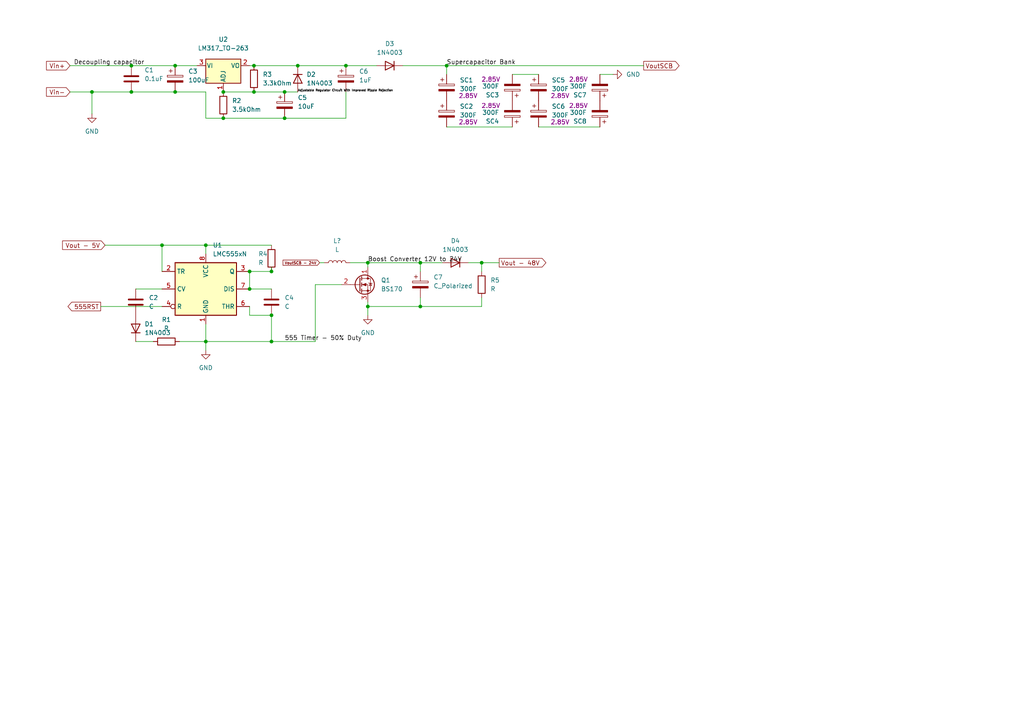
<source format=kicad_sch>
(kicad_sch (version 20230221) (generator eeschema)
  (paper "A4")
  (lib_symbols
    (symbol "Adafruit_BNO08x:ADAFRUIT2_XTAL-3.2X1.5" (pin_numbers hide) (pin_names (offset 1.016) hide)
      (property "Reference" "X" (at -2.54 3.81 0))
      (property "Value" "ADAFRUIT2_XTAL-3.2X1.5" (at -3.81 -5.08 0))
      (symbol "ADAFRUIT2_XTAL-3.2X1.5_1_1"
        (pin bidirectional line (at -5.08 0 0) (length 2.54) (name "P$1") (number "P$1"))
        (pin bidirectional line (at 5.08 0 180) (length 2.54) (name "P$2") (number "P$2"))
      )
    )
    (symbol "Adafruit_BNO08x:MICROBUILDER_3.3V" (power) (pin_numbers hide) (pin_names (offset 1.016) hide)
      (property "Value" "MICROBUILDER_3.3V" (at -1.524 1.016 0))
      (symbol "MICROBUILDER_3.3V_1_1"
        (pin power_in line (at 0 -2.54 90) (length 2.54) hide (name "3.3V") (number "~"))
      )
    )
    (symbol "Adafruit_BNO08x:MICROBUILDER_74HC4050DTSSOP" (pin_names (offset 1.016))
      (property "Reference" "U" (at -7.62 22.86 0))
      (property "Value" "MICROBUILDER_74HC4050DTSSOP" (at -7.62 -22.86 0))
      (symbol "MICROBUILDER_74HC4050DTSSOP_1_1"
        (pin bidirectional line (at -10.16 17.78 0) (length 2.54) (name "VCC") (number "1"))
        (pin bidirectional line (at 10.16 -2.54 180) (length 2.54) (name "4Y") (number "10"))
        (pin bidirectional line (at -10.16 -7.62 0) (length 2.54) (name "5A") (number "11"))
        (pin bidirectional line (at 10.16 -7.62 180) (length 2.54) (name "5Y") (number "12"))
        (pin bidirectional line (at -10.16 -12.7 0) (length 2.54) (name "6A") (number "14"))
        (pin bidirectional line (at 10.16 -12.7 180) (length 2.54) (name "6Y") (number "15"))
        (pin bidirectional line (at 10.16 12.7 180) (length 2.54) (name "1Y") (number "2"))
        (pin bidirectional line (at -10.16 12.7 0) (length 2.54) (name "1A") (number "3"))
        (pin bidirectional line (at 10.16 7.62 180) (length 2.54) (name "2Y") (number "4"))
        (pin bidirectional line (at -10.16 7.62 0) (length 2.54) (name "2A") (number "5"))
        (pin bidirectional line (at 10.16 2.54 180) (length 2.54) (name "3Y") (number "6"))
        (pin bidirectional line (at -10.16 2.54 0) (length 2.54) (name "3A") (number "7"))
        (pin bidirectional line (at -10.16 -17.78 0) (length 2.54) (name "GND") (number "8"))
        (pin bidirectional line (at -10.16 -2.54 0) (length 2.54) (name "4A") (number "9"))
      )
    )
    (symbol "Adafruit_BNO08x:MICROBUILDER_BNO080" (pin_names (offset 1.016))
      (property "Reference" "U" (at -17.78 29.21 0))
      (property "Value" "MICROBUILDER_BNO080" (at -17.78 -30.48 0))
      (symbol "MICROBUILDER_BNO080_1_0"
        (text "-40~{85}C'" (at 9.4742 -24.892 0) (effects (font (size 1.016 1.016))))
        (text "1 1 SPI'" (at 5.0292 -11.0998 0) (effects (font (size 0.6604 0.6604))))
        (text "1.7-3.6'" (at -3.7084 -24.892 0) (effects (font (size 1.016 1.016))))
        (text "32.768kHz Source" (at 1.4732 -16.002 0) (effects (font (size 1.016 1.016))))
        (text "Bus Select" (at 7.4168 -5.842 0) (effects (font (size 1.016 1.016))))
        (text "Int Osc: CSEL0=1,CSEL1=0/NC'" (at 2.3876 -19.9898 0) (effects (font (size 0.6604 0.6604))))
        (text "Motion Co-Processor'" (at 9.779 25.908 0) (effects (font (size 1.016 1.016))))
        (text "VDDIO:'" (at -11.8364 -24.892 0) (effects (font (size 1.016 1.016))))
      )
      (symbol "MICROBUILDER_BNO080_1_1"
        (pin input line (at -20.32 -10.16 0) (length 2.54) (name "CLKSEL0") (number "10"))
        (pin input line (at 20.32 -2.54 180) (length 2.54) (name "NRST") (number "11"))
        (pin output line (at -20.32 0 0) (length 2.54) (name "H_INTN") (number "14"))
        (pin bidirectional line (at 20.32 5.08 180) (length 2.54) (name "S_SCL") (number "15"))
        (pin bidirectional line (at 20.32 7.62 180) (length 2.54) (name "S_SDA") (number "16"))
        (pin output line (at -20.32 7.62 0) (length 2.54) (name "H_SA0/MOSI") (number "17"))
        (pin input line (at -20.32 -12.7 0) (length 2.54) (name "H_CSN") (number "18"))
        (pin bidirectional line (at -20.32 2.54 0) (length 2.54) (name "H_SCL/SCLK/RX") (number "19"))
        (pin power_in line (at -20.32 -17.78 0) (length 2.54) (name "GND") (number "2"))
        (pin bidirectional line (at -20.32 5.08 0) (length 2.54) (name "H_SDA/MISO/TX") (number "20"))
        (pin power_in line (at -20.32 -20.32 0) (length 2.54) (name "GNDIO") (number "25"))
        (pin output line (at 20.32 10.16 180) (length 2.54) (name "CLKSEL1/XOUT32") (number "26"))
        (pin input line (at 20.32 12.7 180) (length 2.54) (name "XIN32") (number "27"))
        (pin power_in line (at -20.32 17.78 0) (length 2.54) (name "VDDIO") (number "28"))
        (pin power_in line (at -20.32 20.32 0) (length 2.54) (name "VDD") (number "3"))
        (pin input line (at -20.32 -2.54 0) (length 2.54) (name "BOOTN") (number "4"))
        (pin input line (at -20.32 -5.08 0) (length 2.54) (name "PS1") (number "5"))
        (pin input line (at -20.32 -7.62 0) (length 2.54) (name "PS0/WAKE") (number "6"))
        (pin passive line (at 20.32 20.32 180) (length 2.54) (name "CAP") (number "9"))
      )
    )
    (symbol "Adafruit_BNO08x:MICROBUILDER_CAP_CERAMIC0603_NO" (pin_numbers hide) (pin_names (offset 1.016) hide)
      (property "Reference" "C" (at -2.921 1.2446 90))
      (property "Value" "MICROBUILDER_CAP_CERAMIC0603_NO" (at 1.651 1.2446 90))
      (symbol "MICROBUILDER_CAP_CERAMIC0603_NO_1_1"
        (pin passive line (at 0 5.08 270) (length 2.54) (name "1") (number "1"))
        (pin passive line (at 0 -2.54 90) (length 2.54) (name "2") (number "2"))
      )
    )
    (symbol "Adafruit_BNO08x:MICROBUILDER_CAP_CERAMIC0805-NOOUTLINE" (pin_numbers hide) (pin_names (offset 1.016) hide)
      (property "Reference" "C" (at -2.921 1.2446 90))
      (property "Value" "MICROBUILDER_CAP_CERAMIC0805-NOOUTLINE" (at 1.651 1.2446 90))
      (symbol "MICROBUILDER_CAP_CERAMIC0805-NOOUTLINE_1_1"
        (pin passive line (at 0 5.08 270) (length 2.54) (name "1") (number "1"))
        (pin passive line (at 0 -2.54 90) (length 2.54) (name "2") (number "2"))
      )
    )
    (symbol "Adafruit_BNO08x:MICROBUILDER_FIDUCIAL_1MM" (pin_numbers hide) (pin_names (offset 1.016) hide))
    (symbol "Adafruit_BNO08x:MICROBUILDER_FRAME_A4_ADAFRUIT" (pin_numbers hide) (pin_names (offset 1.016) hide)
      (symbol "MICROBUILDER_FRAME_A4_ADAFRUIT_1_0"
        (text ">AUTHOR" (at 195.3768 5.9944 0) (effects (font (size 1.8288 1.8288))))
        (text ">DRAWING_NAME" (at 184.15 16.256 0) (effects (font (size 2.032 2.032))))
        (text ">LAST_DATE_TIME" (at 184.6326 11.0744 0) (effects (font (size 1.8288 1.8288))))
        (text ">SHEET" (at 236.3724 11.176 0) (effects (font (size 2.032 2.032))))
        (text "Adafruit Industries" (at 235.4834 5.969 0) (effects (font (size 2.032 2.032))))
        (text "Drawing:" (at 179.0192 5.969 0) (effects (font (size 2.032 2.032))))
        (text "Sheet:" (at 222.7834 11.049 0) (effects (font (size 2.032 2.032))))
      )
    )
    (symbol "Adafruit_BNO08x:MICROBUILDER_GND" (power) (pin_numbers hide) (pin_names (offset 1.016) hide)
      (property "Value" "MICROBUILDER_GND" (at -1.524 -2.54 0))
      (symbol "MICROBUILDER_GND_1_1"
        (pin power_in line (at 0 2.54 270) (length 2.54) hide (name "GND") (number "~"))
      )
    )
    (symbol "Adafruit_BNO08x:MICROBUILDER_HEADER-1X670MIL" (pin_numbers hide) (pin_names (offset 1.016))
      (property "Reference" "JP" (at -6.35 10.795 0))
      (property "Value" "MICROBUILDER_HEADER-1X670MIL" (at -6.35 -10.16 0))
      (symbol "MICROBUILDER_HEADER-1X670MIL_1_1"
        (pin passive inverted (at -2.54 7.62 0) (length 2.54) (name "1") (number "1"))
        (pin passive inverted (at -2.54 5.08 0) (length 2.54) (name "2") (number "2"))
        (pin passive inverted (at -2.54 2.54 0) (length 2.54) (name "3") (number "3"))
        (pin passive inverted (at -2.54 0 0) (length 2.54) (name "4") (number "4"))
        (pin passive inverted (at -2.54 -2.54 0) (length 2.54) (name "5") (number "5"))
        (pin passive inverted (at -2.54 -5.08 0) (length 2.54) (name "6") (number "6"))
      )
    )
    (symbol "Adafruit_BNO08x:MICROBUILDER_LED0603_NOOUTLINE" (pin_numbers hide) (pin_names (offset 1.016) hide)
      (property "Reference" "D" (at -1.27 4.445 0))
      (property "Value" "MICROBUILDER_LED0603_NOOUTLINE" (at -1.27 -2.794 0))
      (symbol "MICROBUILDER_LED0603_NOOUTLINE_1_1"
        (pin passive line (at -5.08 0 0) (length 2.54) (name "A") (number "A"))
        (pin passive line (at 2.54 0 180) (length 2.54) (name "C") (number "C"))
      )
    )
    (symbol "Adafruit_BNO08x:MICROBUILDER_MOSFET-N_DUAL" (pin_numbers hide) (pin_names (offset 1.016))
      (property "Reference" "Q" (at 5.08 0.635 0))
      (property "Value" "MICROBUILDER_MOSFET-N_DUAL" (at 5.08 -1.27 0))
      (symbol "MICROBUILDER_MOSFET-N_DUAL_1_0"
        (text "D" (at 3.4798 3.4798 0) (effects (font (size 0.6604 0.6604))))
        (text "G" (at -0.9652 -1.5748 0) (effects (font (size 0.6604 0.6604))))
        (text "S" (at 3.4798 -3.4798 0) (effects (font (size 0.6604 0.6604))))
      )
      (symbol "MICROBUILDER_MOSFET-N_DUAL_1_1"
        (pin bidirectional line (at 2.54 -5.08 90) (length 2.54) (name "S") (number "1"))
        (pin bidirectional line (at -2.54 -2.54 0) (length 2.54) (name "G") (number "2"))
        (pin bidirectional line (at 2.54 5.08 270) (length 2.54) (name "D") (number "6"))
      )
      (symbol "MICROBUILDER_MOSFET-N_DUAL_2_0"
        (text "D" (at 3.4798 3.4798 0) (effects (font (size 0.6604 0.6604))))
        (text "G" (at -0.9652 -1.5748 0) (effects (font (size 0.6604 0.6604))))
        (text "S" (at 3.4798 -3.4798 0) (effects (font (size 0.6604 0.6604))))
      )
      (symbol "MICROBUILDER_MOSFET-N_DUAL_2_1"
        (pin bidirectional line (at 2.54 5.08 270) (length 2.54) (name "D") (number "3"))
        (pin bidirectional line (at 2.54 -5.08 90) (length 2.54) (name "S") (number "4"))
        (pin bidirectional line (at -2.54 -2.54 0) (length 2.54) (name "G") (number "5"))
      )
    )
    (symbol "Adafruit_BNO08x:MICROBUILDER_MOUNTINGHOLE2.5" (pin_numbers hide) (pin_names (offset 1.016) hide))
    (symbol "Adafruit_BNO08x:MICROBUILDER_RESISTOR_4PACK" (pin_numbers hide) (pin_names (offset 1.016) hide)
      (property "Reference" "R" (at 0 2.54 0))
      (property "Value" "MICROBUILDER_RESISTOR_4PACK" (at 0 0 0))
      (symbol "MICROBUILDER_RESISTOR_4PACK_1_1"
        (pin passive line (at -5.08 0 0) (length 2.54) (name "1") (number "1"))
        (pin passive line (at 5.08 0 180) (length 2.54) (name "2") (number "8"))
      )
      (symbol "MICROBUILDER_RESISTOR_4PACK_2_1"
        (pin passive line (at -5.08 0 0) (length 2.54) (name "1") (number "2"))
        (pin passive line (at 5.08 0 180) (length 2.54) (name "2") (number "7"))
      )
      (symbol "MICROBUILDER_RESISTOR_4PACK_3_1"
        (pin passive line (at -5.08 0 0) (length 2.54) (name "1") (number "3"))
        (pin passive line (at 5.08 0 180) (length 2.54) (name "2") (number "6"))
      )
      (symbol "MICROBUILDER_RESISTOR_4PACK_4_1"
        (pin passive line (at -5.08 0 0) (length 2.54) (name "1") (number "4"))
        (pin passive line (at 5.08 0 180) (length 2.54) (name "2") (number "5"))
      )
    )
    (symbol "Adafruit_BNO08x:MICROBUILDER_SOLDERJUMPER" (pin_numbers hide) (pin_names (offset 1.016))
      (property "Reference" "SJ" (at -2.54 2.54 0))
      (property "Value" "MICROBUILDER_SOLDERJUMPER" (at -2.54 -3.81 0))
      (symbol "MICROBUILDER_SOLDERJUMPER_1_1"
        (pin passive line (at -5.08 0 0) (length 2.54) (name "1") (number "1"))
        (pin passive line (at 5.08 0 180) (length 2.54) (name "2") (number "2"))
      )
    )
    (symbol "Adafruit_BNO08x:MICROBUILDER_STEMMA_I2C_QT" (pin_names (offset 1.016))
      (property "Reference" "CONN" (at -3.81 8.255 0))
      (property "Value" "MICROBUILDER_STEMMA_I2C_QT" (at -3.81 -7.62 0))
      (symbol "MICROBUILDER_STEMMA_I2C_QT_1_1"
        (pin passive inverted (at 0 5.08 0) (length 2.54) (name "GND") (number "1"))
        (pin passive inverted (at 0 2.54 0) (length 2.54) (name "V+") (number "2"))
        (pin passive inverted (at 0 0 0) (length 2.54) (name "SDA") (number "3"))
        (pin passive inverted (at 0 -2.54 0) (length 2.54) (name "SCL") (number "4"))
      )
      (symbol "MICROBUILDER_STEMMA_I2C_QT_2_1"
        (pin bidirectional line (at 0 0 0) (length 5.08) (name "MT") (number "MT1"))
      )
      (symbol "MICROBUILDER_STEMMA_I2C_QT_3_1"
        (pin bidirectional line (at 0 0 0) (length 5.08) (name "MT") (number "MT2"))
      )
    )
    (symbol "Adafruit_BNO08x:MICROBUILDER_VREG_SOT23-5" (pin_names (offset 1.016))
      (property "Reference" "U" (at -7.62 6.096 0))
      (property "Value" "MICROBUILDER_VREG_SOT23-5" (at -7.62 -7.62 0))
      (symbol "MICROBUILDER_VREG_SOT23-5_1_1"
        (pin power_in line (at -10.16 2.54 0) (length 2.54) (name "IN") (number "1"))
        (pin power_in line (at -10.16 -2.54 0) (length 2.54) (name "GND") (number "2"))
        (pin input line (at -10.16 0 0) (length 2.54) (name "EN") (number "3"))
        (pin bidirectional line (at 10.16 -2.54 180) (length 2.54) (name "P4") (number "4"))
        (pin power_out line (at 10.16 2.54 180) (length 2.54) (name "OUT") (number "5"))
      )
    )
    (symbol "Adafruit_BNO08x:SUPPLY1_GND" (power) (pin_numbers hide) (pin_names (offset 1.016) hide)
      (property "Value" "SUPPLY1_GND" (at -2.54 -2.54 0))
      (symbol "SUPPLY1_GND_1_1"
        (pin power_in line (at 0 2.54 270) (length 2.54) hide (name "GND") (number "~"))
      )
    )
    (symbol "Adafruit_BNO08x:SUPPLY1_VCC" (power) (pin_numbers hide) (pin_names (offset 1.016) hide)
      (property "Value" "SUPPLY1_VCC" (at -3.429 -2.54 90))
      (symbol "SUPPLY1_VCC_1_1"
        (pin power_in line (at 0 -2.54 90) (length 2.54) hide (name "VCC") (number "~"))
      )
    )
    (symbol "Adafruit_BNO08x:VPAD_VPDEV0" (pin_numbers hide) (pin_names (offset 1.016) hide)
      (symbol "VPAD_VPDEV0_1_1"
        (pin passive line (at 0 0 0) (length 2.54) (name "VP") (number "VP"))
      )
    )
    (symbol "Device:C" (pin_numbers hide) (pin_names (offset 0.254))
      (property "Reference" "C" (at 0.635 2.54 0))
      (property "Value" "C" (at 0.635 -2.54 0))
      (symbol "C_1_1"
        (pin passive line (at 0 3.81 270) (length 2.794) (name "~") (number "1"))
        (pin passive line (at 0 -3.81 90) (length 2.794) (name "~") (number "2"))
      )
    )
    (symbol "Device:C_Polarized" (pin_numbers hide) (pin_names (offset 0.254))
      (property "Reference" "C" (at 0.635 2.54 0))
      (property "Value" "C_Polarized" (at 0.635 -2.54 0))
      (symbol "C_Polarized_1_1"
        (pin passive line (at 0 3.81 270) (length 2.794) (name "~") (number "1"))
        (pin passive line (at 0 -3.81 90) (length 2.794) (name "~") (number "2"))
      )
    )
    (symbol "Device:D" (pin_numbers hide) (pin_names (offset 1.016) hide)
      (property "Reference" "D" (at 0 2.54 0))
      (property "Value" "D" (at 0 -2.54 0))
      (symbol "D_1_1"
        (pin passive line (at -3.81 0 0) (length 2.54) (name "K") (number "1"))
        (pin passive line (at 3.81 0 180) (length 2.54) (name "A") (number "2"))
      )
    )
    (symbol "Device:L" (pin_numbers hide) (pin_names (offset 1.016) hide)
      (property "Reference" "L" (at -1.27 0 90))
      (property "Value" "L" (at 1.905 0 90))
      (symbol "L_1_1"
        (pin passive line (at 0 3.81 270) (length 1.27) (name "1") (number "1"))
        (pin passive line (at 0 -3.81 90) (length 1.27) (name "2") (number "2"))
      )
    )
    (symbol "Device:R" (pin_numbers hide) (pin_names (offset 0))
      (property "Reference" "R" (at 2.032 0 90))
      (property "Value" "R" (at 0 0 90))
      (symbol "R_1_1"
        (pin passive line (at 0 3.81 270) (length 1.27) (name "~") (number "1"))
        (pin passive line (at 0 -3.81 90) (length 1.27) (name "~") (number "2"))
      )
    )
    (symbol "Device:R_Potentiometer" (pin_names (offset 1.016) hide)
      (property "Reference" "RV" (at -4.445 0 90))
      (property "Value" "R_Potentiometer" (at -2.54 0 90))
      (symbol "R_Potentiometer_1_1"
        (pin passive line (at 0 3.81 270) (length 1.27) (name "1") (number "1"))
        (pin passive line (at 3.81 0 180) (length 1.27) (name "2") (number "2"))
        (pin passive line (at 0 -3.81 90) (length 1.27) (name "3") (number "3"))
      )
    )
    (symbol "Diode:1N4003" (pin_numbers hide) (pin_names (offset 1.016) hide)
      (property "Reference" "D" (at 0 2.54 0))
      (property "Value" "1N4003" (at 0 -2.54 0))
      (symbol "1N4003_1_1"
        (pin passive line (at -3.81 0 0) (length 2.54) (name "K") (number "1"))
        (pin passive line (at 3.81 0 180) (length 2.54) (name "A") (number "2"))
      )
    )
    (symbol "Interface_Expansion:P82B96" (pin_names (offset 1.016))
      (property "Reference" "U" (at -12.7 12.7 0))
      (property "Value" "P82B96" (at 5.08 12.7 0))
      (symbol "P82B96_1_1"
        (pin bidirectional line (at -15.24 2.54 0) (length 2.54) (name "SDA") (number "1"))
        (pin input line (at 15.24 2.54 180) (length 2.54) (name "RXD-SDA") (number "2"))
        (pin output line (at 15.24 7.62 180) (length 2.54) (name "TXD-SDA") (number "3"))
        (pin power_in line (at -15.24 -7.62 0) (length 2.54) (name "GND") (number "4"))
        (pin output line (at 15.24 -2.54 180) (length 2.54) (name "TXD-SCL") (number "5"))
        (pin input line (at 15.24 -7.62 180) (length 2.54) (name "RXD-SCL") (number "6"))
        (pin bidirectional line (at -15.24 -2.54 0) (length 2.54) (name "SCL") (number "7"))
        (pin power_in line (at -15.24 7.62 0) (length 2.54) (name "VCC") (number "8"))
      )
    )
    (symbol "MCU_Module:Arduino_UNO_R3"
      (property "Reference" "A" (at -10.16 23.495 0))
      (property "Value" "Arduino_UNO_R3" (at 5.08 -26.67 0))
      (symbol "Arduino_UNO_R3_1_1"
        (pin no_connect line (at -10.16 -20.32 0) (length 2.54) hide (name "NC") (number "1"))
        (pin bidirectional line (at 12.7 -2.54 180) (length 2.54) (name "A1") (number "10"))
        (pin bidirectional line (at 12.7 -5.08 180) (length 2.54) (name "A2") (number "11"))
        (pin bidirectional line (at 12.7 -7.62 180) (length 2.54) (name "A3") (number "12"))
        (pin bidirectional line (at 12.7 -10.16 180) (length 2.54) (name "SDA/A4") (number "13"))
        (pin bidirectional line (at 12.7 -12.7 180) (length 2.54) (name "SCL/A5") (number "14"))
        (pin bidirectional line (at -12.7 15.24 0) (length 2.54) (name "D0/RX") (number "15"))
        (pin bidirectional line (at -12.7 12.7 0) (length 2.54) (name "D1/TX") (number "16"))
        (pin bidirectional line (at -12.7 10.16 0) (length 2.54) (name "D2") (number "17"))
        (pin bidirectional line (at -12.7 7.62 0) (length 2.54) (name "D3") (number "18"))
        (pin bidirectional line (at -12.7 5.08 0) (length 2.54) (name "D4") (number "19"))
        (pin output line (at 12.7 10.16 180) (length 2.54) (name "IOREF") (number "2"))
        (pin bidirectional line (at -12.7 2.54 0) (length 2.54) (name "D5") (number "20"))
        (pin bidirectional line (at -12.7 0 0) (length 2.54) (name "D6") (number "21"))
        (pin bidirectional line (at -12.7 -2.54 0) (length 2.54) (name "D7") (number "22"))
        (pin bidirectional line (at -12.7 -5.08 0) (length 2.54) (name "D8") (number "23"))
        (pin bidirectional line (at -12.7 -7.62 0) (length 2.54) (name "D9") (number "24"))
        (pin bidirectional line (at -12.7 -10.16 0) (length 2.54) (name "D10") (number "25"))
        (pin bidirectional line (at -12.7 -12.7 0) (length 2.54) (name "D11") (number "26"))
        (pin bidirectional line (at -12.7 -15.24 0) (length 2.54) (name "D12") (number "27"))
        (pin bidirectional line (at -12.7 -17.78 0) (length 2.54) (name "D13") (number "28"))
        (pin power_in line (at -2.54 -27.94 90) (length 2.54) (name "GND") (number "29"))
        (pin input line (at 12.7 15.24 180) (length 2.54) (name "~{RESET}") (number "3"))
        (pin input line (at 12.7 5.08 180) (length 2.54) (name "AREF") (number "30"))
        (pin bidirectional line (at 12.7 -17.78 180) (length 2.54) (name "SDA/A4") (number "31"))
        (pin bidirectional line (at 12.7 -20.32 180) (length 2.54) (name "SCL/A5") (number "32"))
        (pin power_out line (at 2.54 25.4 270) (length 2.54) (name "3V3") (number "4"))
        (pin power_out line (at 5.08 25.4 270) (length 2.54) (name "+5V") (number "5"))
        (pin power_in line (at 0 -27.94 90) (length 2.54) (name "GND") (number "6"))
        (pin power_in line (at 2.54 -27.94 90) (length 2.54) (name "GND") (number "7"))
        (pin power_in line (at -2.54 25.4 270) (length 2.54) (name "VIN") (number "8"))
        (pin bidirectional line (at 12.7 0 180) (length 2.54) (name "A0") (number "9"))
      )
    )
    (symbol "ProtoTauLibs:LM5121-Q1" (pin_names (offset 1.016))
      (property "Reference" "U?" (at 7.0994 24.13 0))
      (property "Value" "LM5121-Q1" (at 7.0994 21.59 0))
      (symbol "LM5121-Q1_1_1"
        (pin output line (at -17.78 12.7 0) (length 5.08) (name "DS") (number "1"))
        (pin input line (at 17.78 10.16 180) (length 5.08) (name "FB") (number "10"))
        (pin output line (at 17.78 12.7 180) (length 5.08) (name "COMP") (number "11"))
        (pin input line (at -17.78 -2.54 0) (length 5.08) (name "SLOPE") (number "12"))
        (pin output line (at 17.78 2.54 180) (length 5.08) (name "MODE") (number "13"))
        (pin output line (at 17.78 7.62 180) (length 5.08) (name "RES") (number "14"))
        (pin power_in line (at 17.78 -5.08 180) (length 5.08) (name "PGND") (number "15"))
        (pin output line (at 17.78 17.78 180) (length 5.08) (name "LO") (number "16"))
        (pin input line (at 17.78 -2.54 180) (length 5.08) (name "MODE") (number "17"))
        (pin tri_state line (at -2.54 25.4 270) (length 5.08) (name "VCC") (number "17"))
        (pin output line (at 17.78 15.24 180) (length 5.08) (name "HO") (number "19"))
        (pin output line (at -17.78 10.16 0) (length 5.08) (name "DG") (number "2"))
        (pin bidirectional line (at 2.54 25.4 270) (length 5.08) (name "SW") (number "2"))
        (pin input line (at 0 25.4 270) (length 5.08) (name "BST") (number "20"))
        (pin input line (at -17.78 7.62 0) (length 5.08) (name "CSN") (number "3"))
        (pin input line (at -17.78 5.08 0) (length 5.08) (name "CSP") (number "4"))
        (pin input line (at -17.78 2.54 0) (length 5.08) (name "VIN") (number "5"))
        (pin input line (at -17.78 0 0) (length 5.08) (name "UVLO") (number "6"))
        (pin input line (at 17.78 0 180) (length 5.08) (name "SS") (number "7"))
        (pin input line (at -17.78 -5.08 0) (length 5.08) (name "SYNC/RT") (number "8"))
        (pin power_in line (at 17.78 -7.62 180) (length 5.08) (name "AGND") (number "9"))
      )
    )
    (symbol "ProtoTauLibs:LM5177" (pin_names (offset 1.016))
      (property "Reference" "U" (at -12.7 24.13 0))
      (property "Value" "LM5177" (at -12.7 21.59 0))
      (symbol "LM5177_1_1"
        (pin input line (at -17.78 10.16 0) (length 5.08) (name "EN/UVLO") (number "1"))
        (pin power_in line (at 17.78 -24.13 180) (length 5.08) (name "AGND") (number "10"))
        (pin input line (at 17.78 15.24 180) (length 5.08) (name "FB") (number "11"))
        (pin input line (at 17.78 12.7 180) (length 5.08) (name "ISNS(-)") (number "13"))
        (pin input line (at 17.78 10.16 180) (length 5.08) (name "ISNS(+)") (number "14"))
        (pin input line (at 17.78 7.62 180) (length 5.08) (name "CSA") (number "15"))
        (pin input line (at 17.78 5.08 180) (length 5.08) (name "CSB") (number "16"))
        (pin output line (at -17.78 -16.51 0) (length 5.08) (name "DTRK") (number "17"))
        (pin output line (at -17.78 -26.67 0) (length 5.08) (name "SLOPE") (number "18"))
        (pin output line (at -17.78 -19.05 0) (length 5.08) (name "COMP") (number "19"))
        (pin power_in line (at -17.78 17.78 0) (length 5.08) (name "VIN") (number "2"))
        (pin passive line (at -17.78 -24.13 0) (length 5.08) (name "CFG") (number "20"))
        (pin passive line (at -17.78 -21.59 0) (length 5.08) (name "SS_ATRK") (number "20"))
        (pin output line (at -17.78 -29.21 0) (length 5.08) (name "RT") (number "21"))
        (pin power_in line (at 17.78 -29.21 180) (length 5.08) (name "PGND") (number "22"))
        (pin power_in line (at -17.78 12.7 0) (length 5.08) (name "BIAS") (number "23"))
        (pin power_in line (at -17.78 15.24 0) (length 5.08) (name "VCC") (number "23"))
        (pin output line (at 17.78 -6.35 180) (length 5.08) (name "HO1") (number "25"))
        (pin output line (at 17.78 -17.78 180) (length 5.08) (name "HO2") (number "25"))
        (pin passive line (at 17.78 -3.81 180) (length 5.08) (name "HB1") (number "26"))
        (pin passive line (at 17.78 -15.24 180) (length 5.08) (name "HB2") (number "26"))
        (pin output line (at 17.78 1.27 180) (length 5.08) (name "HO1") (number "27"))
        (pin output line (at 17.78 -10.16 180) (length 5.08) (name "HO2") (number "27"))
        (pin output line (at 17.78 -1.27 180) (length 5.08) (name "SW1") (number "28"))
        (pin output line (at 17.78 -12.7 180) (length 5.08) (name "SW2") (number "28"))
        (pin input line (at 17.78 -26.67 180) (length 5.08) (name "PowerPAD") (number "29"))
        (pin input line (at -17.78 -13.97 0) (length 5.08) (name "IMONOUT") (number "3"))
        (pin input line (at -17.78 7.62 0) (length 5.08) (name "MODE") (number "4"))
        (pin output line (at 17.78 17.78 180) (length 5.08) (name "VOUT") (number "5"))
        (pin input line (at -17.78 5.08 0) (length 5.08) (name "SYNC") (number "6"))
      )
    )
    (symbol "ProtoTauLibs:LTC6992-X"
      (property "Reference" "U?" (at 15.24 4.3307 0))
      (property "Value" "LTC6992-X" (at 15.24 1.7907 0))
      (symbol "LTC6992-X_1_1"
        (pin input line (at -10.16 0 0) (length 3.81) (name "MOD") (number "1"))
        (pin power_in line (at 0 -7.62 90) (length 2.54) (name "GND") (number "2"))
        (pin passive line (at -10.16 -2.54 0) (length 3.81) (name "SET") (number "3"))
        (pin input line (at -10.16 2.54 0) (length 3.81) (name "DIV") (number "4"))
        (pin power_in line (at 0 7.62 270) (length 2.54) (name "V+") (number "5"))
        (pin output line (at 10.16 0 180) (length 3.81) (name "OUT") (number "6"))
      )
    )
    (symbol "Regulator_Linear:LM317_TO-263" (pin_names (offset 0.254))
      (property "Reference" "U" (at -3.81 3.175 0))
      (property "Value" "LM317_TO-263" (at 0 3.175 0))
      (symbol "LM317_TO-263_1_1"
        (pin input line (at 0 -7.62 90) (length 2.54) (name "ADJ") (number "1"))
        (pin power_out line (at 7.62 0 180) (length 2.54) (name "VO") (number "2"))
        (pin power_in line (at -7.62 0 0) (length 2.54) (name "VI") (number "3"))
      )
    )
    (symbol "Regulator_Switching:LM5176RHF" (pin_names (offset 1.016))
      (property "Reference" "U" (at -12.7 24.13 0))
      (property "Value" "LM5176RHF" (at -12.7 21.59 0))
      (symbol "LM5176RHF_1_1"
        (pin input line (at -17.78 12.7 0) (length 5.08) (name "EN/UVLO") (number "1"))
        (pin power_in line (at -7.62 -25.4 90) (length 5.08) (name "AGND") (number "10"))
        (pin input line (at 17.78 0 180) (length 5.08) (name "FB") (number "11"))
        (pin output line (at 17.78 12.7 180) (length 5.08) (name "VOSNS") (number "12"))
        (pin input line (at 17.78 -15.24 180) (length 5.08) (name "ISNS(-)") (number "13"))
        (pin input line (at 17.78 -17.78 180) (length 5.08) (name "ISNS(+)") (number "14"))
        (pin input line (at -17.78 -7.62 0) (length 5.08) (name "CSG") (number "15"))
        (pin input line (at -17.78 -5.08 0) (length 5.08) (name "CS") (number "16"))
        (pin output line (at 17.78 -2.54 180) (length 5.08) (name "PGOOD") (number "17"))
        (pin output line (at 17.78 -10.16 180) (length 5.08) (name "SW2") (number "18"))
        (pin output line (at 17.78 -5.08 180) (length 5.08) (name "HDRV2") (number "19"))
        (pin power_in line (at 5.08 25.4 270) (length 5.08) (name "VIN") (number "2"))
        (pin passive line (at 17.78 -7.62 180) (length 5.08) (name "BOOT2") (number "20"))
        (pin output line (at 17.78 -12.7 180) (length 5.08) (name "LDRV2") (number "21"))
        (pin power_in line (at -5.08 -25.4 90) (length 5.08) (name "PGND") (number "22"))
        (pin power_in line (at 17.78 17.78 180) (length 5.08) (name "VCC") (number "23"))
        (pin input line (at 17.78 15.24 180) (length 5.08) (name "BIAS") (number "24"))
        (pin output line (at 17.78 2.54 180) (length 5.08) (name "LDRV1") (number "25"))
        (pin passive line (at 17.78 7.62 180) (length 5.08) (name "BOOT1") (number "26"))
        (pin output line (at 17.78 10.16 180) (length 5.08) (name "HDRV1") (number "27"))
        (pin output line (at 17.78 5.08 180) (length 5.08) (name "SW1") (number "28"))
        (pin input line (at -2.54 -25.4 90) (length 5.08) (name "PowerPAD") (number "29"))
        (pin input line (at 2.54 25.4 270) (length 5.08) (name "VISNS") (number "3"))
        (pin input line (at -17.78 5.08 0) (length 5.08) (name "MODE") (number "4"))
        (pin passive line (at -17.78 0 0) (length 5.08) (name "DITH") (number "5"))
        (pin input line (at -17.78 2.54 0) (length 5.08) (name "RT/SYNC") (number "6"))
        (pin passive line (at -17.78 -2.54 0) (length 5.08) (name "SLOPE") (number "7"))
        (pin passive line (at -17.78 10.16 0) (length 5.08) (name "SS") (number "8"))
        (pin passive line (at -17.78 7.62 0) (length 5.08) (name "COMP") (number "9"))
      )
    )
    (symbol "Timer:LMC555xN"
      (property "Reference" "U" (at -10.16 8.89 0))
      (property "Value" "LMC555xN" (at 2.54 8.89 0))
      (symbol "LMC555xN_0_0"
        (pin power_in line (at 0 -10.16 90) (length 2.54) (name "GND") (number "1"))
        (pin power_in line (at 0 10.16 270) (length 2.54) (name "VCC") (number "8"))
      )
      (symbol "LMC555xN_1_1"
        (pin input line (at -12.7 5.08 0) (length 3.81) (name "TR") (number "2"))
        (pin output line (at 12.7 5.08 180) (length 3.81) (name "Q") (number "3"))
        (pin input inverted (at -12.7 -5.08 0) (length 3.81) (name "R") (number "4"))
        (pin input line (at -12.7 0 0) (length 3.81) (name "CV") (number "5"))
        (pin input line (at 12.7 -5.08 180) (length 3.81) (name "THR") (number "6"))
        (pin input line (at 12.7 0 180) (length 3.81) (name "DIS") (number "7"))
      )
    )
    (symbol "Transistor_FET:BS170" (pin_names hide)
      (property "Reference" "Q" (at 5.08 1.905 0))
      (property "Value" "BS170" (at 5.08 0 0))
      (symbol "BS170_1_1"
        (pin passive line (at 2.54 5.08 270) (length 2.54) (name "D") (number "1"))
        (pin input line (at -5.08 0 0) (length 2.54) (name "G") (number "2"))
        (pin passive line (at 2.54 -5.08 90) (length 2.54) (name "S") (number "3"))
      )
    )
    (symbol "Transistor_FET:IRF60DM206" (pin_names hide)
      (property "Reference" "Q" (at 5.08 1.905 0))
      (property "Value" "IRF60DM206" (at 5.08 0 0))
      (symbol "IRF60DM206_1_1"
        (pin passive line (at 2.54 5.08 270) (length 2.54) (name "D") (number "1"))
        (pin input line (at -5.08 0 0) (length 2.54) (name "G") (number "2"))
        (pin passive line (at 2.54 -5.08 90) (length 2.54) (name "S") (number "3"))
      )
    )
    (symbol "Transistor_FET:IRFS4227" (pin_names hide)
      (property "Reference" "Q" (at 5.08 1.905 0))
      (property "Value" "IRFS4227" (at 5.08 0 0))
      (symbol "IRFS4227_1_1"
        (pin passive line (at -5.08 0 0) (length 2.54) (name "G") (number "1"))
        (pin passive line (at 2.54 5.08 270) (length 2.54) (name "D") (number "2"))
        (pin passive line (at 2.54 -5.08 90) (length 2.54) (name "S") (number "3"))
      )
    )
    (symbol "power:GND" (power) (pin_names (offset 0))
      (property "Value" "GND" (at 0 -3.81 0))
      (symbol "GND_1_1"
        (pin power_in line (at 0 0 270) (length 0) hide (name "GND") (number "1"))
      )
    )
  )
  (junction (at -553.72 130.81))
  (junction (at -424.18 114.3))
  (junction (at -551.18 467.36))
  (junction (at -556.26 429.26))
  (junction (at -441.96 317.5))
  (junction (at -36.83 393.7))
  (junction (at -567.69 295.91))
  (junction (at -158.75 312.42))
  (junction (at -499.11 469.9))
  (junction (at -130.81 322.58))
  (junction (at -382.27 309.88))
  (junction (at -521.97 436.88))
  (junction (at -163.83 375.92))
  (junction (at -455.93 368.3))
  (junction (at 50.8 26.67))
  (junction (at -565.15 104.14))
  (junction (at -567.69 464.82))
  (junction (at 26.67 26.67))
  (junction (at 121.92 88.9))
  (junction (at -537.21 118.11))
  (junction (at -302.26 130.81))
  (junction (at 64.77 26.67))
  (junction (at 82.55 26.67))
  (junction (at -433.07 309.88))
  (junction (at -538.48 383.54))
  (junction (at -306.07 130.81))
  (junction (at -163.83 378.46))
  (junction (at -123.19 312.42))
  (junction (at -523.24 200.66))
  (junction (at -166.37 322.58))
  (junction (at 50.8 19.05))
  (junction (at -453.39 173.99))
  (junction (at 78.74 78.74))
  (junction (at -542.29 429.26))
  (junction (at -563.88 429.26))
  (junction (at -237.49 302.26))
  (junction (at 139.7 76.2))
  (junction (at -525.78 372.11))
  (junction (at 59.69 71.12))
  (junction (at -407.67 114.3))
  (junction (at -424.18 317.5))
  (junction (at -293.37 104.14))
  (junction (at -441.96 355.6))
  (junction (at -425.45 153.67))
  (junction (at -461.01 383.54))
  (junction (at -567.69 308.61))
  (junction (at -441.96 359.41))
  (junction (at -433.07 317.5))
  (junction (at -501.65 200.66))
  (junction (at -514.35 436.88))
  (junction (at -321.31 104.14))
  (junction (at 73.66 19.05))
  (junction (at -537.21 104.14))
  (junction (at -499.11 472.44))
  (junction (at 82.55 34.29))
  (junction (at -321.31 119.38))
  (junction (at -562.61 372.11))
  (junction (at -421.64 132.08))
  (junction (at -453.39 176.53))
  (junction (at -506.73 429.26))
  (junction (at 129.54 19.05))
  (junction (at 73.66 26.67))
  (junction (at 106.68 88.9))
  (junction (at -57.15 299.72))
  (junction (at -506.73 436.88))
  (junction (at -535.94 429.26))
  (junction (at 72.39 83.82))
  (junction (at -85.09 297.18))
  (junction (at -562.61 330.2))
  (junction (at -267.97 426.72))
  (junction (at -57.15 307.34))
  (junction (at -552.45 295.91))
  (junction (at -450.85 137.16))
  (junction (at -491.49 200.66))
  (junction (at -265.43 302.26))
  (junction (at 100.33 19.05))
  (junction (at -406.4 309.88))
  (junction (at 78.74 99.06))
  (junction (at -539.75 185.42))
  (junction (at -468.63 309.88))
  (junction (at -567.69 429.26))
  (junction (at -478.79 429.26))
  (junction (at -363.22 309.88))
  (junction (at -448.31 457.2))
  (junction (at -441.96 325.12))
  (junction (at -553.72 104.14))
  (junction (at -500.38 132.08))
  (junction (at -575.31 429.26))
  (junction (at -82.55 307.34))
  (junction (at 38.1 19.05))
  (junction (at -534.67 200.66))
  (junction (at -140.97 416.56))
  (junction (at -332.74 104.14))
  (junction (at -499.11 474.98))
  (junction (at -278.13 314.96))
  (junction (at -455.93 317.5))
  (junction (at 78.74 91.44))
  (junction (at 72.39 78.74))
  (junction (at -245.11 441.96))
  (junction (at -546.1 200.66))
  (junction (at -455.93 309.88))
  (junction (at 38.1 26.67))
  (junction (at -521.97 372.11))
  (junction (at -562.61 350.52))
  (junction (at -513.08 200.66))
  (junction (at -488.95 104.14))
  (junction (at -306.07 104.14))
  (junction (at -468.63 317.5))
  (junction (at -438.15 114.3))
  (junction (at -461.01 429.26))
  (junction (at 106.68 76.2))
  (junction (at -552.45 308.61))
  (junction (at -480.06 317.5))
  (junction (at -483.87 457.2))
  (junction (at -278.13 302.26))
  (junction (at -558.8 200.66))
  (junction (at -420.37 309.88))
  (junction (at 86.36 19.05))
  (junction (at -534.67 295.91))
  (junction (at 59.69 99.06))
  (junction (at -438.15 142.24))
  (junction (at -551.18 350.52))
  (junction (at 64.77 34.29))
  (junction (at -544.83 480.06))
  (junction (at -378.46 114.3))
  (junction (at -448.31 429.26))
  (junction (at -52.07 393.7))
  (junction (at 121.92 76.2))
  (junction (at 46.99 71.12))
  (junction (at -424.18 325.12))
  (wire (pts (xy -480.06 317.5) (xy -480.06 323.85)))
  (wire (pts (xy -140.97 414.02) (xy -140.97 416.56)))
  (wire (pts (xy -513.08 193.04) (xy -513.08 200.66)))
  (wire (pts (xy -267.97 426.72) (xy -267.97 429.26)))
  (wire (pts (xy -480.06 317.5) (xy -468.63 317.5)))
  (wire (pts (xy 82.55 26.67) (xy 86.36 26.67)))
  (wire (pts (xy -453.39 148.59) (xy -438.15 148.59)))
  (wire (pts (xy -388.62 157.48) (xy -388.62 109.22)))
  (wire (pts (xy -570.23 365.76) (xy -566.42 365.76)))
  (wire (pts (xy -525.78 355.6) (xy -524.51 355.6)))
  (wire (pts (xy -521.97 372.11) (xy -521.97 375.92)))
  (wire (pts (xy -542.29 454.66) (xy -542.29 429.26)))
  (wire (pts (xy -433.07 309.88) (xy -420.37 309.88)))
  (wire (pts (xy -247.65 363.22) (xy -267.97 363.22)))
  (wire (pts (xy -562.61 369.57) (xy -562.61 372.11)))
  (wire (pts (xy -438.15 114.3) (xy -424.18 114.3)))
  (wire (pts (xy -544.83 469.9) (xy -534.67 469.9)))
  (wire (pts (xy -411.48 114.3) (xy -407.67 114.3)))
  (wire (pts (xy -138.43 408.94) (xy -153.67 408.94)))
  (wire (pts (xy 78.74 91.44) (xy 78.74 99.06)))
  (wire (pts (xy -378.46 114.3) (xy -378.46 120.65)))
  (wire (pts (xy -209.55 297.18) (xy -209.55 299.72)))
  (wire (pts (xy -553.72 104.14) (xy -537.21 104.14)))
  (wire (pts (xy -523.24 193.04) (xy -523.24 200.66)))
  (wire (pts (xy -85.09 297.18) (xy -85.09 307.34)))
  (wire (pts (xy -558.8 161.29) (xy -558.8 185.42)))
  (wire (pts (xy -582.93 302.26) (xy -575.31 302.26)))
  (wire (pts (xy -551.18 457.2) (xy -551.18 436.88)))
  (wire (pts (xy 78.74 77.47) (xy 78.74 78.74)))
  (wire (pts (xy -483.87 457.2) (xy -448.31 457.2)))
  (wire (pts (xy -39.37 393.7) (xy -36.83 393.7)))
  (wire (pts (xy -441.96 355.6) (xy -441.96 359.41)))
  (wire (pts (xy -382.27 309.88) (xy -382.27 313.69)))
  (wire (pts (xy -538.48 383.54) (xy -538.48 384.81)))
  (wire (pts (xy -82.55 309.88) (xy -49.53 309.88)))
  (wire (pts (xy 129.54 19.05) (xy 129.54 21.59)))
  (wire (pts (xy -158.75 309.88) (xy -158.75 312.42)))
  (wire (pts (xy -513.08 185.42) (xy -513.08 171.45)))
  (wire (pts (xy -581.66 295.91) (xy -580.39 295.91)))
  (wire (pts (xy -242.57 401.32) (xy -257.81 401.32)))
  (wire (pts (xy -278.13 314.96) (xy -278.13 317.5)))
  (wire (pts (xy -97.79 386.08) (xy -36.83 386.08)))
  (wire (pts (xy -567.69 308.61) (xy -567.69 311.15)))
  (wire (pts (xy -486.41 317.5) (xy -480.06 317.5)))
  (wire (pts (xy 73.66 26.67) (xy 82.55 26.67)))
  (wire (pts (xy -468.63 378.46) (xy -464.82 378.46)))
  (wire (pts (xy -563.88 429.26) (xy -563.88 462.28)))
  (wire (pts (xy -85.09 307.34) (xy -82.55 307.34)))
  (wire (pts (xy 156.21 36.83) (xy 173.99 36.83)))
  (wire (pts (xy -247.65 426.72) (xy -234.95 426.72)))
  (wire (pts (xy 139.7 86.36) (xy 139.7 88.9)))
  (wire (pts (xy -553.72 104.14) (xy -553.72 110.49)))
  (wire (pts (xy -332.74 118.11) (xy -453.39 118.11)))
  (wire (pts (xy -85.09 294.64) (xy -85.09 297.18)))
  (wire (pts (xy -488.95 168.91) (xy -523.24 168.91)))
  (wire (pts (xy -448.31 133.35) (xy -448.31 114.3)))
  (wire (pts (xy -565.15 104.14) (xy -553.72 104.14)))
  (wire (pts (xy -97.79 383.54) (xy -52.07 383.54)))
  (wire (pts (xy 50.8 19.05) (xy 57.15 19.05)))
  (wire (pts (xy 64.77 26.67) (xy 73.66 26.67)))
  (wire (pts (xy -242.57 411.48) (xy -245.11 411.48)))
  (wire (pts (xy -242.57 391.16) (xy -257.81 391.16)))
  (wire (pts (xy 135.89 76.2) (xy 139.7 76.2)))
  (wire (pts (xy -166.37 322.58) (xy -184.15 322.58)))
  (wire (pts (xy -488.95 134.62) (xy -513.08 134.62)))
  (wire (pts (xy 72.39 83.82) (xy 78.74 83.82)))
  (wire (pts (xy -247.65 355.6) (xy -262.89 355.6)))
  (wire (pts (xy 38.1 26.67) (xy 50.8 26.67)))
  (wire (pts (xy -245.11 302.26) (xy -237.49 302.26)))
  (wire (pts (xy -138.43 416.56) (xy -140.97 416.56)))
  (wire (pts (xy -453.39 171.45) (xy -453.39 173.99)))
  (wire (pts (xy -461.01 384.81) (xy -461.01 383.54)))
  (wire (pts (xy -516.89 355.6) (xy -516.89 372.11)))
  (wire (pts (xy 59.69 26.67) (xy 59.69 34.29)))
  (wire (pts (xy -163.83 381) (xy -163.83 378.46)))
  (wire (pts (xy -267.97 307.34) (xy -267.97 314.96)))
  (wire (pts (xy -468.63 309.88) (xy -455.93 309.88)))
  (wire (pts (xy -296.7482 295.6052) (xy -299.2882 295.6052)))
  (wire (pts (xy -513.08 134.62) (xy -513.08 121.92)))
  (wire (pts (xy 100.33 19.05) (xy 109.22 19.05)))
  (wire (pts (xy -546.1 185.42) (xy -539.75 185.42)))
  (wire (pts (xy -521.97 118.11) (xy -521.97 137.16)))
  (wire (pts (xy -453.39 165.1) (xy -386.08 165.1)))
  (wire (pts (xy -296.7482 285.4452) (xy -299.2882 285.4452)))
  (wire (pts (xy -562.61 350.52) (xy -551.18 350.52)))
  (wire (pts (xy 59.69 71.12) (xy 59.69 73.66)))
  (wire (pts (xy -525.78 360.68) (xy -525.78 372.11)))
  (wire (pts (xy -565.15 130.81) (xy -553.72 130.81)))
  (wire (pts (xy -293.37 104.14) (xy -283.21 104.14)))
  (wire (pts (xy -537.21 118.11) (xy -537.21 123.19)))
  (wire (pts (xy -453.39 153.67) (xy -445.77 153.67)))
  (wire (pts (xy -570.23 342.9) (xy -566.42 342.9)))
  (wire (pts (xy -513.08 121.92) (xy -516.89 121.92)))
  (wire (pts (xy -421.64 132.08) (xy -378.46 132.08)))
  (wire (pts (xy -448.31 114.3) (xy -438.15 114.3)))
  (wire (pts (xy -453.39 139.7) (xy -424.18 139.7)))
  (wire (pts (xy -514.35 441.96) (xy -506.73 441.96)))
  (wire (pts (xy -146.05 322.58) (xy -130.81 322.58)))
  (wire (pts (xy -36.83 393.7) (xy -36.83 396.24)))
  (wire (pts (xy -562.61 361.95) (xy -562.61 359.41)))
  (wire (pts (xy 20.32 19.05) (xy 38.1 19.05)))
  (wire (pts (xy -521.97 137.16) (xy -488.95 137.16)))
  (wire (pts (xy -209.55 312.42) (xy -209.55 309.88)))
  (wire (pts (xy -138.43 396.24) (xy -153.67 396.24)))
  (wire (pts (xy -499.11 457.2) (xy -483.87 457.2)))
  (wire (pts (xy 64.77 34.29) (xy 82.55 34.29)))
  (wire (pts (xy -453.39 173.99) (xy -453.39 176.53)))
  (wire (pts (xy -36.83 386.08) (xy -36.83 393.7)))
  (wire (pts (xy 39.37 83.82) (xy 46.99 83.82)))
  (wire (pts (xy -447.04 317.5) (xy -447.04 325.12)))
  (wire (pts (xy -488.95 132.08) (xy -500.38 132.08)))
  (wire (pts (xy 26.67 26.67) (xy 38.1 26.67)))
  (wire (pts (xy -306.07 130.81) (xy -302.26 130.81)))
  (wire (pts (xy -567.69 467.36) (xy -567.69 464.82)))
  (wire (pts (xy -534.67 295.91) (xy -534.67 298.45)))
  (wire (pts (xy -255.27 424.18) (xy -245.11 424.18)))
  (wire (pts (xy -97.79 398.78) (xy -77.47 398.78)))
  (wire (pts (xy -222.25 391.16) (xy -207.01 391.16)))
  (wire (pts (xy 38.1 19.05) (xy 50.8 19.05)))
  (wire (pts (xy -449.58 146.05) (xy -449.58 109.22)))
  (wire (pts (xy 72.39 78.74) (xy 72.39 83.82)))
  (wire (pts (xy -441.96 325.12) (xy -424.18 325.12)))
  (wire (pts (xy 59.69 93.98) (xy 59.69 99.06)))
  (wire (pts (xy 73.66 19.05) (xy 86.36 19.05)))
  (wire (pts (xy -453.39 157.48) (xy -388.62 157.48)))
  (wire (pts (xy -499.11 474.98) (xy -499.11 476.25)))
  (wire (pts (xy -257.81 406.4) (xy -242.57 406.4)))
  (wire (pts (xy -296.7482 287.9852) (xy -299.2882 287.9852)))
  (wire (pts (xy 46.99 71.12) (xy 46.99 78.74)))
  (wire (pts (xy -455.93 355.6) (xy -455.93 368.3)))
  (wire (pts (xy -523.24 200.66) (xy -513.08 200.66)))
  (wire (pts (xy 50.8 26.67) (xy 59.69 26.67)))
  (wire (pts (xy -556.26 429.26) (xy -556.26 459.74)))
  (wire (pts (xy -567.69 372.11) (xy -567.69 350.52)))
  (wire (pts (xy -214.63 365.76) (xy -229.87 365.76)))
  (wire (pts (xy -87.63 375.92) (xy -85.09 375.92)))
  (wire (pts (xy -49.53 307.34) (xy -57.15 307.34)))
  (wire (pts (xy -138.43 393.7) (xy -153.67 393.7)))
  (wire (pts (xy 26.67 26.67) (xy 26.67 33.02)))
  (wire (pts (xy -158.75 299.72) (xy -158.75 297.18)))
  (wire (pts (xy -222.25 401.32) (xy -207.01 401.32)))
  (wire (pts (xy -562.61 330.2) (xy -562.61 339.09)))
  (wire (pts (xy -296.7482 298.1452) (xy -299.2882 298.1452)))
  (wire (pts (xy -534.67 295.91) (xy -529.59 295.91)))
  (polyline (pts (xy -199.39 332.74) (xy -97.79 332.74)))
  (wire (pts (xy -438.15 142.24) (xy -433.07 142.24)))
  (wire (pts (xy -523.24 168.91) (xy -523.24 185.42)))
  (polyline (pts (xy -285.75 332.74) (xy -219.71 332.74)))
  (wire (pts (xy -368.3 114.3) (xy -378.46 114.3)))
  (wire (pts (xy -138.43 391.16) (xy -153.67 391.16)))
  (wire (pts (xy -306.07 121.92) (xy -306.07 130.81)))
  (wire (pts (xy -562.61 350.52) (xy -562.61 351.79)))
  (wire (pts (xy -551.18 474.98) (xy -551.18 480.06)))
  (wire (pts (xy -506.73 441.96) (xy -506.73 436.88)))
  (wire (pts (xy -538.48 295.91) (xy -534.67 295.91)))
  (wire (pts (xy -445.77 359.41) (xy -441.96 359.41)))
  (wire (pts (xy -52.07 403.86) (xy -52.07 406.4)))
  (wire (pts (xy -453.39 176.53) (xy -453.39 200.66)))
  (wire (pts (xy -453.39 160.02) (xy -425.45 160.02)))
  (wire (pts (xy -163.83 375.92) (xy -163.83 370.84)))
  (wire (pts (xy -551.18 480.06) (xy -544.83 480.06)))
  (wire (pts (xy -363.22 309.88) (xy -361.95 309.88)))
  (wire (pts (xy -556.26 459.74) (xy -534.67 459.74)))
  (wire (pts (xy 72.39 78.74) (xy 78.74 78.74)))
  (wire (pts (xy -267.97 314.96) (xy -278.13 314.96)))
  (wire (pts (xy 72.39 91.44) (xy 72.39 88.9)))
  (wire (pts (xy -138.43 401.32) (xy -153.67 401.32)))
  (wire (pts (xy -453.39 132.08) (xy -452.12 132.08)))
  (wire (pts (xy -500.38 113.03) (xy -510.54 113.03)))
  (wire (pts (xy -513.08 200.66) (xy -501.65 200.66)))
  (wire (pts (xy -538.48 330.2) (xy -538.48 345.44)))
  (wire (pts (xy -501.65 200.66) (xy -491.49 200.66)))
  (wire (pts (xy -486.41 449.58) (xy -486.41 440.69)))
  (wire (pts (xy 116.84 19.05) (xy 129.54 19.05)))
  (wire (pts (xy -452.12 119.38) (xy -321.31 119.38)))
  (wire (pts (xy -453.39 146.05) (xy -449.58 146.05)))
  (wire (pts (xy -123.19 309.88) (xy -123.19 312.42)))
  (wire (pts (xy -123.19 299.72) (xy -123.19 297.18)))
  (wire (pts (xy -425.45 153.67) (xy -420.37 153.67)))
  (wire (pts (xy 177.8 21.59) (xy 173.99 21.59)))
  (wire (pts (xy -252.73 441.96) (xy -252.73 439.42)))
  (wire (pts (xy -214.63 360.68) (xy -229.87 360.68)))
  (wire (pts (xy 91.44 82.55) (xy 99.06 82.55)))
  (wire (pts (xy -321.31 130.81) (xy -306.07 130.81)))
  (wire (pts (xy -562.61 330.2) (xy -567.69 330.2)))
  (wire (pts (xy -513.08 171.45) (xy -488.95 171.45)))
  (wire (pts (xy 39.37 99.06) (xy 44.45 99.06)))
  (wire (pts (xy -424.18 139.7) (xy -424.18 114.3)))
  (wire (pts (xy -163.83 378.46) (xy -163.83 375.92)))
  (wire (pts (xy -306.07 104.14) (xy -293.37 104.14)))
  (wire (pts (xy -506.73 429.26) (xy -506.73 436.88)))
  (wire (pts (xy -321.31 104.14) (xy -332.74 104.14)))
  (wire (pts (xy -445.77 355.6) (xy -441.96 355.6)))
  (wire (pts (xy -500.38 132.08) (xy -500.38 113.03)))
  (wire (pts (xy -453.39 134.62) (xy -450.85 134.62)))
  (wire (pts (xy -257.81 396.24) (xy -242.57 396.24)))
  (wire (pts (xy -52.07 393.7) (xy -52.07 396.24)))
  (wire (pts (xy 59.69 71.12) (xy 78.74 71.12)))
  (wire (pts (xy -453.39 142.24) (xy -452.12 142.24)))
  (polyline (pts (xy -219.71 289.56) (xy -219.71 332.74)))
  (wire (pts (xy -499.11 469.9) (xy -499.11 472.44)))
  (wire (pts (xy -537.21 105.41) (xy -537.21 104.14)))
  (wire (pts (xy -382.27 309.88) (xy -370.84 309.88)))
  (wire (pts (xy -553.72 118.11) (xy -553.72 130.81)))
  (polyline (pts (xy -31.75 289.56) (xy -31.75 332.74)))
  (wire (pts (xy -36.83 403.86) (xy -36.83 406.4)))
  (polyline (pts (xy -97.79 332.74) (xy -31.75 332.74)))
  (wire (pts (xy -247.65 353.06) (xy -255.27 353.06)))
  (wire (pts (xy -537.21 104.14) (xy -488.95 104.14)))
  (wire (pts (xy 91.44 82.55) (xy 91.44 99.06)))
  (wire (pts (xy -461.01 433.07) (xy -461.01 429.26)))
  (wire (pts (xy -407.67 140.97) (xy -407.67 114.3)))
  (wire (pts (xy -519.43 439.42) (xy -521.97 439.42)))
  (wire (pts (xy -491.49 176.53) (xy -491.49 185.42)))
  (wire (pts (xy -265.43 304.8) (xy -265.43 302.26)))
  (wire (pts (xy 121.92 76.2) (xy 128.27 76.2)))
  (wire (pts (xy -234.95 426.72) (xy -234.95 429.26)))
  (wire (pts (xy -146.05 312.42) (xy -158.75 312.42)))
  (wire (pts (xy 101.6 76.2) (xy 106.68 76.2)))
  (wire (pts (xy -452.12 140.97) (xy -407.67 140.97)))
  (wire (pts (xy -455.93 317.5) (xy -447.04 317.5)))
  (wire (pts (xy -567.69 350.52) (xy -562.61 350.52)))
  (wire (pts (xy 106.68 88.9) (xy 106.68 91.44)))
  (wire (pts (xy -438.15 133.35) (xy -438.15 142.24)))
  (wire (pts (xy -516.89 439.42) (xy -514.35 439.42)))
  (wire (pts (xy -388.62 109.22) (xy -386.08 109.22)))
  (wire (pts (xy -49.53 312.42) (xy -82.55 312.42)))
  (wire (pts (xy -57.15 307.34) (xy -82.55 307.34)))
  (wire (pts (xy -257.81 426.72) (xy -267.97 426.72)))
  (wire (pts (xy 100.33 26.67) (xy 100.33 34.29)))
  (wire (pts (xy -491.49 176.53) (xy -488.95 176.53)))
  (wire (pts (xy -234.95 441.96) (xy -245.11 441.96)))
  (wire (pts (xy -501.65 173.99) (xy -488.95 173.99)))
  (wire (pts (xy -222.25 406.4) (xy -204.47 406.4)))
  (wire (pts (xy -482.6 370.84) (xy -482.6 383.54)))
  (wire (pts (xy -396.24 114.3) (xy -378.46 114.3)))
  (wire (pts (xy 129.54 19.05) (xy 186.69 19.05)))
  (wire (pts (xy -97.79 375.92) (xy -95.25 375.92)))
  (wire (pts (xy -525.78 372.11) (xy -562.61 372.11)))
  (polyline (pts (xy -219.71 332.74) (xy -199.39 332.74)))
  (wire (pts (xy -544.83 477.52) (xy -544.83 480.06)))
  (wire (pts (xy -237.49 312.42) (xy -237.49 317.5)))
  (wire (pts (xy -245.11 424.18) (xy -245.11 429.26)))
  (wire (pts (xy -461.01 392.43) (xy -461.01 394.97)))
  (wire (pts (xy -488.95 104.14) (xy -438.15 104.14)))
  (wire (pts (xy -468.63 317.5) (xy -455.93 317.5)))
  (wire (pts (xy -534.67 457.2) (xy -551.18 457.2)))
  (wire (pts (xy -552.45 306.07) (xy -552.45 308.61)))
  (wire (pts (xy -567.69 295.91) (xy -567.69 297.18)))
  (wire (pts (xy -245.11 439.42) (xy -245.11 441.96)))
  (wire (pts (xy -166.37 309.88) (xy -166.37 322.58)))
  (wire (pts (xy -166.37 297.18) (xy -166.37 299.72)))
  (wire (pts (xy -461.01 429.26) (xy -468.63 429.26)))
  (wire (pts (xy -452.12 373.38) (xy -461.01 373.38)))
  (wire (pts (xy -552.45 467.36) (xy -551.18 467.36)))
  (wire (pts (xy -242.57 381) (xy -257.81 381)))
  (wire (pts (xy -424.18 114.3) (xy -419.1 114.3)))
  (wire (pts (xy -546.1 429.26) (xy -542.29 429.26)))
  (wire (pts (xy -214.63 353.06) (xy -229.87 353.06)))
  (wire (pts (xy -478.79 429.26) (xy -478.79 435.61)))
  (wire (pts (xy -453.39 118.11) (xy -453.39 129.54)))
  (wire (pts (xy -499.11 472.44) (xy -499.11 474.98)))
  (polyline (pts (xy -97.79 289.56) (xy -97.79 332.74)))
  (wire (pts (xy -567.69 295.91) (xy -552.45 295.91)))
  (wire (pts (xy -247.65 365.76) (xy -267.97 365.76)))
  (wire (pts (xy -130.81 309.88) (xy -130.81 322.58)))
  (wire (pts (xy -453.39 162.56) (xy -420.37 162.56)))
  (wire (pts (xy -499.11 449.58) (xy -486.41 449.58)))
  (wire (pts (xy -138.43 378.46) (xy -163.83 378.46)))
  (wire (pts (xy -227.33 299.72) (xy -227.33 304.8)))
  (wire (pts (xy 46.99 71.12) (xy 59.69 71.12)))
  (wire (pts (xy -237.49 302.26) (xy -237.49 299.72)))
  (wire (pts (xy 59.69 99.06) (xy 78.74 99.06)))
  (wire (pts (xy -500.38 132.08) (xy -500.38 139.7)))
  (wire (pts (xy 106.68 87.63) (xy 106.68 88.9)))
  (wire (pts (xy -57.15 294.64) (xy -57.15 299.72)))
  (wire (pts (xy -452.12 142.24) (xy -452.12 140.97)))
  (wire (pts (xy -558.8 200.66) (xy -546.1 200.66)))
  (wire (pts (xy -448.31 429.26) (xy -441.96 429.26)))
  (wire (pts (xy -296.7482 290.5252) (xy -299.2882 290.5252)))
  (wire (pts (xy -138.43 307.34) (xy -138.43 297.18)))
  (wire (pts (xy -273.05 396.24) (xy -267.97 396.24)))
  (wire (pts (xy -321.31 104.14) (xy -306.07 104.14)))
  (wire (pts (xy -514.35 439.42) (xy -514.35 436.88)))
  (wire (pts (xy -539.75 185.42) (xy -534.67 185.42)))
  (wire (pts (xy -425.45 148.59) (xy -368.3 148.59)))
  (wire (pts (xy -424.18 317.5) (xy -420.37 317.5)))
  (wire (pts (xy -538.48 330.2) (xy -562.61 330.2)))
  (wire (pts (xy -438.15 133.35) (xy -448.31 133.35)))
  (wire (pts (xy -534.67 454.66) (xy -542.29 454.66)))
  (wire (pts (xy -278.13 299.72) (xy -278.13 302.26)))
  (wire (pts (xy -572.77 295.91) (xy -567.69 295.91)))
  (wire (pts (xy -222.25 381) (xy -207.01 381)))
  (wire (pts (xy -378.46 104.14) (xy -332.74 104.14)))
  (wire (pts (xy -163.83 388.62) (xy -163.83 391.16)))
  (wire (pts (xy 86.36 19.05) (xy 100.33 19.05)))
  (wire (pts (xy -552.45 295.91) (xy -546.1 295.91)))
  (wire (pts (xy -458.47 368.3) (xy -455.93 368.3)))
  (wire (pts (xy -441.96 359.41) (xy -441.96 363.22)))
  (wire (pts (xy -52.07 383.54) (xy -52.07 393.7)))
  (wire (pts (xy -499.11 466.09) (xy -488.95 466.09)))
  (wire (pts (xy -368.3 148.59) (xy -368.3 114.3)))
  (wire (pts (xy 20.32 26.67) (xy 26.67 26.67)))
  (wire (pts (xy -539.75 166.37) (xy -539.75 185.42)))
  (wire (pts (xy -455.93 368.3) (xy -452.12 368.3)))
  (wire (pts (xy -321.31 119.38) (xy -321.31 123.19)))
  (wire (pts (xy -534.67 200.66) (xy -523.24 200.66)))
  (wire (pts (xy -273.05 406.4) (xy -267.97 406.4)))
  (wire (pts (xy -227.33 312.42) (xy -227.33 317.5)))
  (wire (pts (xy -438.15 114.3) (xy -438.15 121.92)))
  (wire (pts (xy -567.69 307.34) (xy -567.69 308.61)))
  (wire (pts (xy -278.13 314.96) (xy -278.13 309.88)))
  (wire (pts (xy -434.34 309.88) (xy -433.07 309.88)))
  (wire (pts (xy -452.12 132.08) (xy -452.12 119.38)))
  (wire (pts (xy 29.21 88.9) (xy 46.99 88.9)))
  (wire (pts (xy -247.65 360.68) (xy -267.97 360.68)))
  (wire (pts (xy -420.37 309.88) (xy -406.4 309.88)))
  (wire (pts (xy -445.77 153.67) (xy -445.77 127)))
  (wire (pts (xy -500.38 139.7) (xy -488.95 139.7)))
  (wire (pts (xy -49.53 393.7) (xy -52.07 393.7)))
  (wire (pts (xy -262.89 355.6) (xy -262.89 347.98)))
  (wire (pts (xy -453.39 355.6) (xy -455.93 355.6)))
  (wire (pts (xy -483.87 457.2) (xy -483.87 454.66)))
  (wire (pts (xy -448.31 457.2) (xy -448.31 464.82)))
  (wire (pts (xy -538.48 472.44) (xy -534.67 472.44)))
  (wire (pts (xy -538.48 383.54) (xy -521.97 383.54)))
  (wire (pts (xy -538.48 480.06) (xy -544.83 480.06)))
  (wire (pts (xy -138.43 388.62) (xy -153.67 388.62)))
  (wire (pts (xy 91.44 99.06) (xy 78.74 99.06)))
  (wire (pts (xy -214.63 358.14) (xy -229.87 358.14)))
  (wire (pts (xy -546.1 200.66) (xy -534.67 200.66)))
  (wire (pts (xy -386.08 125.73) (xy -386.08 165.1)))
  (wire (pts (xy -438.15 132.08) (xy -421.64 132.08)))
  (wire (pts (xy -452.12 370.84) (xy -482.6 370.84)))
  (wire (pts (xy 121.92 88.9) (xy 139.7 88.9)))
  (wire (pts (xy -552.45 295.91) (xy -552.45 298.45)))
  (wire (pts (xy -138.43 375.92) (xy -163.83 375.92)))
  (wire (pts (xy -321.31 119.38) (xy -321.31 114.3)))
  (wire (pts (xy -57.15 299.72) (xy -57.15 307.34)))
  (wire (pts (xy -441.96 353.06) (xy -441.96 355.6)))
  (wire (pts (xy 106.68 88.9) (xy 121.92 88.9)))
  (wire (pts (xy -382.27 344.17) (xy -382.27 346.71)))
  (wire (pts (xy -448.31 429.26) (xy -461.01 429.26)))
  (wire (pts (xy -575.31 429.26) (xy -567.69 429.26)))
  (wire (pts (xy -579.12 429.26) (xy -575.31 429.26)))
  (wire (pts (xy -455.93 309.88) (xy -449.58 309.88)))
  (wire (pts (xy -407.67 114.3) (xy -403.86 114.3)))
  (wire (pts (xy -123.19 312.42) (xy -107.95 312.42)))
  (wire (pts (xy -521.97 118.11) (xy -537.21 118.11)))
  (wire (pts (xy -273.05 391.16) (xy -267.97 391.16)))
  (wire (pts (xy -158.75 312.42) (xy -184.15 312.42)))
  (wire (pts (xy -441.96 317.5) (xy -433.07 317.5)))
  (wire (pts (xy -567.69 464.82) (xy -567.69 429.26)))
  (wire (pts (xy -293.37 121.92) (xy -293.37 130.81)))
  (wire (pts (xy -488.95 161.29) (xy -558.8 161.29)))
  (wire (pts (xy -267.97 424.18) (xy -267.97 426.72)))
  (wire (pts (xy 121.92 76.2) (xy 121.92 78.74)))
  (wire (pts (xy -332.74 104.14) (xy -332.74 118.11)))
  (wire (pts (xy -571.5 142.24) (xy -571.5 143.51)))
  (wire (pts (xy 139.7 76.2) (xy 139.7 78.74)))
  (wire (pts (xy -565.15 118.11) (xy -565.15 130.81)))
  (wire (pts (xy 106.68 76.2) (xy 121.92 76.2)))
  (wire (pts (xy -382.27 309.88) (xy -389.89 309.88)))
  (wire (pts (xy 52.07 99.06) (xy 59.69 99.06)))
  (wire (pts (xy -525.78 372.11) (xy -521.97 372.11)))
  (wire (pts (xy -363.22 309.88) (xy -363.22 312.42)))
  (wire (pts (xy 30.48 71.12) (xy 46.99 71.12)))
  (wire (pts (xy -321.31 106.68) (xy -321.31 104.14)))
  (wire (pts (xy -450.85 134.62) (xy -450.85 137.16)))
  (wire (pts (xy -433.07 317.5) (xy -424.18 317.5)))
  (wire (pts (xy -486.41 309.88) (xy -468.63 309.88)))
  (wire (pts (xy 139.7 76.2) (xy 144.78 76.2)))
  (wire (pts (xy -516.89 441.96) (xy -516.89 439.42)))
  (wire (pts (xy -130.81 299.72) (xy -130.81 297.18)))
  (wire (pts (xy -551.18 467.36) (xy -534.67 467.36)))
  (wire (pts (xy -255.27 353.06) (xy -255.27 347.98)))
  (wire (pts (xy -296.7482 303.2252) (xy -299.2882 303.2252)))
  (wire (pts (xy -135.89 312.42) (xy -123.19 312.42)))
  (wire (pts (xy -433.07 151.13) (xy -433.07 149.86)))
  (wire (pts (xy -501.65 193.04) (xy -501.65 200.66)))
  (wire (pts (xy -534.67 193.04) (xy -534.67 200.66)))
  (wire (pts (xy -214.63 363.22) (xy -229.87 363.22)))
  (wire (pts (xy -130.81 322.58) (xy -107.95 322.58)))
  (wire (pts (xy -242.57 386.08) (xy -257.81 386.08)))
  (wire (pts (xy -506.73 429.26) (xy -478.79 429.26)))
  (polyline (pts (xy -199.39 289.56) (xy -199.39 332.74)))
  (wire (pts (xy -535.94 429.26) (xy -529.59 429.26)))
  (wire (pts (xy -538.48 365.76) (xy -538.48 383.54)))
  (wire (pts (xy -579.12 104.14) (xy -565.15 104.14)))
  (wire (pts (xy -599.44 158.75) (xy -589.28 158.75)))
  (wire (pts (xy -563.88 462.28) (xy -534.67 462.28)))
  (wire (pts (xy 106.68 76.2) (xy 106.68 77.47)))
  (wire (pts (xy -306.07 114.3) (xy -306.07 104.14)))
  (wire (pts (xy -562.61 372.11) (xy -567.69 372.11)))
  (wire (pts (xy -438.15 148.59) (xy -438.15 142.24)))
  (wire (pts (xy -501.65 173.99) (xy -501.65 185.42)))
  (wire (pts (xy -491.49 200.66) (xy -491.49 193.04)))
  (wire (pts (xy -296.7482 300.6852) (xy -299.2882 300.6852)))
  (wire (pts (xy -265.43 302.26) (xy -278.13 302.26)))
  (wire (pts (xy -525.78 350.52) (xy -506.73 350.52)))
  (wire (pts (xy -267.97 424.18) (xy -265.43 424.18)))
  (wire (pts (xy 72.39 19.05) (xy 73.66 19.05)))
  (wire (pts (xy 59.69 99.06) (xy 59.69 101.6)))
  (wire (pts (xy -468.63 388.62) (xy -464.82 388.62)))
  (wire (pts (xy -461.01 373.38) (xy -461.01 374.65)))
  (wire (pts (xy -453.39 137.16) (xy -450.85 137.16)))
  (wire (pts (xy -293.37 130.81) (xy -302.26 130.81)))
  (wire (pts (xy -245.11 441.96) (xy -252.73 441.96)))
  (wire (pts (xy -521.97 429.26) (xy -506.73 429.26)))
  (wire (pts (xy -560.07 467.36) (xy -567.69 467.36)))
  (wire (pts (xy -406.4 309.88) (xy -397.51 309.88)))
  (wire (pts (xy -447.04 325.12) (xy -441.96 325.12)))
  (wire (pts (xy -234.95 439.42) (xy -234.95 441.96)))
  (wire (pts (xy -565.15 104.14) (xy -565.15 110.49)))
  (wire (pts (xy -521.97 439.42) (xy -521.97 436.88)))
  (wire (pts (xy -406.4 317.5) (xy -406.4 325.12)))
  (wire (pts (xy -499.11 468.63) (xy -499.11 469.9)))
  (wire (pts (xy -567.69 429.26) (xy -563.88 429.26)))
  (wire (pts (xy -293.37 114.3) (xy -293.37 104.14)))
  (wire (pts (xy -424.18 325.12) (xy -406.4 325.12)))
  (wire (pts (xy -156.21 322.58) (xy -166.37 322.58)))
  (wire (pts (xy -553.72 130.81) (xy -537.21 130.81)))
  (wire (pts (xy -499.11 459.74) (xy -485.14 459.74)))
  (wire (pts (xy -567.69 308.61) (xy -552.45 308.61)))
  (wire (pts (xy 148.59 21.59) (xy 156.21 21.59)))
  (wire (pts (xy -222.25 396.24) (xy -207.01 396.24)))
  (wire (pts (xy -425.45 160.02) (xy -425.45 153.67)))
  (wire (pts (xy 121.92 86.36) (xy 121.92 88.9)))
  (wire (pts (xy -449.58 109.22) (xy -445.77 109.22)))
  (wire (pts (xy -214.63 355.6) (xy -229.87 355.6)))
  (wire (pts (xy -138.43 414.02) (xy -140.97 414.02)))
  (wire (pts (xy -425.45 153.67) (xy -425.45 148.59)))
  (wire (pts (xy -378.46 132.08) (xy -378.46 130.81)))
  (wire (pts (xy 59.69 34.29) (xy 64.77 34.29)))
  (wire (pts (xy -516.89 372.11) (xy -521.97 372.11)))
  (wire (pts (xy -551.18 350.52) (xy -551.18 355.6)))
  (wire (pts (xy -482.6 383.54) (xy -461.01 383.54)))
  (wire (pts (xy -562.61 346.71) (xy -562.61 350.52)))
  (wire (pts (xy -537.21 113.03) (xy -537.21 118.11)))
  (wire (pts (xy -237.49 302.26) (xy -237.49 304.8)))
  (wire (pts (xy -544.83 480.06) (xy -544.83 486.41)))
  (wire (pts (xy -488.95 104.14) (xy -488.95 129.54)))
  (wire (pts (xy -363.22 336.55) (xy -363.22 341.63)))
  (wire (pts (xy -207.01 386.08) (xy -222.25 386.08)))
  (wire (pts (xy -461.01 383.54) (xy -461.01 382.27)))
  (wire (pts (xy -153.67 403.86) (xy -138.43 403.86)))
  (wire (pts (xy -447.04 137.16) (xy -450.85 137.16)))
  (wire (pts (xy -247.65 358.14) (xy -237.49 358.14)))
  (wire (pts (xy -453.39 151.13) (xy -433.07 151.13)))
  (wire (pts (xy -138.43 398.78) (xy -153.67 398.78)))
  (wire (pts (xy -534.67 306.07) (xy -534.67 308.61)))
  (wire (pts (xy -473.71 436.88) (xy -473.71 452.12)))
  (wire (pts (xy -148.59 317.5) (xy -148.59 297.18)))
  (wire (pts (xy -296.7482 293.0652) (xy -299.2882 293.0652)))
  (wire (pts (xy 92.71 76.2) (xy 93.98 76.2)))
  (wire (pts (xy -448.31 443.23) (xy -448.31 429.26)))
  (wire (pts (xy -448.31 450.85) (xy -448.31 457.2)))
  (wire (pts (xy -542.29 429.26) (xy -535.94 429.26)))
  (wire (pts (xy 72.39 91.44) (xy 78.74 91.44)))
  (wire (pts (xy 82.55 34.29) (xy 100.33 34.29)))
  (wire (pts (xy -535.94 433.07) (xy -535.94 429.26)))
  (wire (pts (xy -488.95 166.37) (xy -539.75 166.37)))
  (wire (pts (xy -453.39 200.66) (xy -491.49 200.66)))
  (wire (pts (xy -473.71 452.12) (xy -499.11 452.12)))
  (wire (pts (xy -534.67 464.82) (xy -567.69 464.82)))
  (wire (pts (xy -420.37 162.56) (xy -420.37 161.29)))
  (wire (pts (xy 129.54 36.83) (xy 148.59 36.83)))
  (wire (pts (xy -552.45 308.61) (xy -534.67 308.61)))
  (wire (pts (xy -519.43 441.96) (xy -519.43 439.42)))
  (wire (pts (xy -265.43 307.34) (xy -267.97 307.34)))
  (wire (pts (xy -140.97 416.56) (xy -140.97 419.1)))
  (wire (pts (xy -82.55 314.96) (xy -49.53 314.96)))
  (text "Power supply" (at -280.67 330.2 0) (effects (font (size 2.1844 2.1844)) (justify left bottom)))
  (text "S" (at -146.05 325.12 0) (effects (font (size 1.778 1.778)) (justify left bottom)))
  (text "ON LED" (at -217.17 330.2 0) (effects (font (size 2.1844 2.1844)) (justify left bottom)))
  (text "Close PS1 for UART\nClose PS1 and PS0 for SPI" (at -255.27 452.12 0) (effects (font (size 1.778 1.778)) (justify left bottom)))
  (text "Default Bus = I2C" (at -255.27 447.04 0) (effects (font (size 1.778 1.778)) (justify left bottom)))
  (text "G" (at -151.13 317.5 0) (effects (font (size 1.778 1.778)) (justify left bottom)))
  (text "D" (at -156.21 325.12 0) (effects (font (size 1.778 1.778)) (justify left bottom)))
  (text "STEMMA/I2C Headers" (at -95.25 330.2 0) (effects (font (size 2.1844 2.1844)) (justify left bottom)))
  (text "SA0 is default low, so I2C ADDR = 1001010 (0x4A)" (at -255.27 457.2 0) (effects (font (size 1.778 1.778)) (justify left bottom)))
  (text "I2C Pullups & Shift" (at -194.31 330.2 0) (effects (font (size 2.1844 2.1844)) (justify left bottom)))
  (label "SCL/SCK/RX" (at -82.55 314.96 180) (effects (font (size 0.254 0.254))))
  (label "SCL/SCK/RX" (at -267.97 360.68 0) (effects (font (size 1.651 1.651))))
  (label "VCC" (at -67.31 309.88 0) (effects (font (size 1.651 1.651))))
  (label "INT" (at -247.65 365.76 180) (effects (font (size 0.254 0.254))))
  (label "SDA/MISO/TX" (at -247.65 363.22 180) (effects (font (size 0.254 0.254))))
  (label "3.3V" (at -130.81 297.18 270) (effects (font (size 0.254 0.254))))
  (label "XOUT" (at -36.83 396.24 90) (effects (font (size 0.254 0.254))))
  (label "PS0_3V" (at -222.25 381 0) (effects (font (size 0.254 0.254))))
  (label "VCC" (at -273.05 391.16 270) (effects (font (size 0.254 0.254))))
  (label "SDA_3V" (at -138.43 391.16 180) (effects (font (size 0.254 0.254))))
  (label "GND" (at -299.2882 293.0652 0) (effects (font (size 1.651 1.651))))
  (label "5V 20A to 48V 20A" (at -445.77 429.26 180))
  (label "XOUT" (at -39.37 393.7 0) (effects (font (size 0.254 0.254))))
  (label "CAP" (at -97.79 375.92 0) (effects (font (size 1.651 1.651))))
  (label "VCC" (at -166.37 299.72 90) (effects (font (size 0.254 0.254))))
  (label "3.3V" (at -163.83 381 90) (effects (font (size 0.254 0.254))))
  (label "GND" (at -299.2882 295.6052 0) (effects (font (size 1.651 1.651))))
  (label "GND" (at -299.2882 300.6852 0) (effects (font (size 1.651 1.651))))
  (label "SCL_3V" (at -138.43 393.7 180) (effects (font (size 0.254 0.254))))
  (label "BOOT" (at -242.57 391.16 180) (effects (font (size 0.254 0.254))))
  (label "MOSI" (at -214.63 363.22 180) (effects (font (size 0.254 0.254))))
  (label "3.3V" (at -262.89 347.98 270) (effects (font (size 0.254 0.254))))
  (label "Duty = (R1+R2){slash}(R1+2R2)" (at -567.69 355.6 180))
  (label "OPTION 1" (at -455.93 304.8 180))
  (label "PS0" (at -234.95 429.26 90) (effects (font (size 0.254 0.254))))
  (label "RST_3V" (at -97.79 398.78 0) (effects (font (size 0.254 0.254))))
  (label "GND" (at -67.31 307.34 0) (effects (font (size 1.651 1.651))))
  (label "VCC" (at -278.13 299.72 270) (effects (font (size 0.254 0.254))))
  (label "PS0" (at -255.27 381 0) (effects (font (size 1.651 1.651))))
  (label "SDA/MISO/TX" (at -67.31 312.42 0) (effects (font (size 1.651 1.651))))
  (label "RST" (at -214.63 360.68 180) (effects (font (size 0.254 0.254))))
  (label "3.3V" (at -245.11 302.26 0) (effects (font (size 0.254 0.254))))
  (label "SDA/MISO/TX" (at -158.75 309.88 270) (effects (font (size 0.254 0.254))))
  (label "SCL_3V" (at -153.67 393.7 0) (effects (font (size 1.651 1.651))))
  (label "3.3V" (at -209.55 299.72 90) (effects (font (size 0.254 0.254))))
  (label "3.3V" (at -227.33 304.8 90) (effects (font (size 0.254 0.254))))
  (label "CS_3V" (at -153.67 408.94 0) (effects (font (size 1.651 1.651))))
  (label "3.3V" (at -242.57 375.92 270) (effects (font (size 0.254 0.254))))
  (label "PS0" (at -229.87 355.6 0) (effects (font (size 1.651 1.651))))
  (label "Supercapacitor Bank 12V" (at -382.27 328.93 180))
  (label "CAP" (at -95.25 375.92 180) (effects (font (size 0.254 0.254))))
  (label "BOOT" (at -257.81 391.16 0) (effects (font (size 0.254 0.254))))
  (label "PS1_3V" (at -153.67 401.32 0) (effects (font (size 1.651 1.651))))
  (label "3.3V" (at -237.49 299.72 270) (effects (font (size 0.254 0.254))))
  (label "BOOT" (at -260.35 388.62 180) (effects (font (size 1.651 1.651))))
  (label "SCL/SCK/RX" (at -247.65 360.68 180) (effects (font (size 0.254 0.254))))
  (label "RST_3V" (at -214.63 406.4 0) (effects (font (size 1.651 1.651))))
  (label "PS1" (at -242.57 386.08 180) (effects (font (size 0.254 0.254))))
  (label "VCC" (at -234.95 439.42 270) (effects (font (size 0.254 0.254))))
  (label "Supercapacitor Bank" (at 129.54 19.05 0))
  (label "SDA/MISO/TX" (at -173.99 312.42 180) (effects (font (size 1.651 1.651))))
  (label "BOOT_3V" (at -138.43 398.78 180) (effects (font (size 0.254 0.254))))
  (label "BOOT" (at -229.87 353.06 0) (effects (font (size 1.651 1.651))))
  (label "PS0" (at -214.63 355.6 180) (effects (font (size 0.254 0.254))))
  (label "GND" (at -299.2882 287.9852 0) (effects (font (size 1.651 1.651))))
  (label "PS1_3V" (at -217.17 386.08 0) (effects (font (size 1.651 1.651))))
  (label "555 Timer - 50% Duty" (at 82.55 99.06 0))
  (label "CS" (at -257.81 396.24 0) (effects (font (size 0.254 0.254))))
  (label "VCC" (at -265.43 302.26 180) (effects (font (size 0.254 0.254))))
  (label "XOUT" (at -97.79 386.08 0) (effects (font (size 0.254 0.254))))
  (label "MOSI_3V" (at -222.25 401.32 0) (effects (font (size 0.254 0.254))))
  (label "MOSI" (at -255.27 401.32 0) (effects (font (size 1.651 1.651))))
  (label "VCC" (at -273.05 396.24 270) (effects (font (size 0.254 0.254))))
  (label "BOOT_3V" (at -153.67 398.78 0) (effects (font (size 1.651 1.651))))
  (label "SCL/SCK/RX" (at -166.37 309.88 270) (effects (font (size 0.254 0.254))))
  (label "PS0" (at -240.03 426.72 0) (effects (font (size 1.651 1.651))))
  (label "555 Timer - Variable Duty" (at -538.48 336.55 0))
  (label "3.3V" (at -138.43 375.92 180) (effects (font (size 0.254 0.254))))
  (label "XOUT" (at -95.25 386.08 0) (effects (font (size 1.651 1.651))))
  (label "GND" (at -299.2882 290.5252 0) (effects (font (size 1.651 1.651))))
  (label "3.3V" (at -247.65 355.6 180) (effects (font (size 0.254 0.254))))
  (label "SCL/SCK/RX" (at -67.31 314.96 0) (effects (font (size 1.651 1.651))))
  (label "RST" (at -242.57 406.4 180) (effects (font (size 0.254 0.254))))
  (label "BOOT_3V" (at -222.25 391.16 0) (effects (font (size 0.254 0.254))))
  (label "VCC" (at -245.11 439.42 270) (effects (font (size 0.254 0.254))))
  (label "CS_3V" (at -217.17 396.24 0) (effects (font (size 1.651 1.651))))
  (label "SCL_3V" (at -146.05 322.58 0) (effects (font (size 0.254 0.254))))
  (label "VCC" (at -158.75 299.72 90) (effects (font (size 0.254 0.254))))
  (label "PS1" (at -245.11 429.26 90) (effects (font (size 0.254 0.254))))
  (label "RST_3V" (at -95.25 398.78 0) (effects (font (size 1.651 1.651))))
  (label "MOSI_3V" (at -153.67 388.62 0) (effects (font (size 1.651 1.651))))
  (label "3.3V" (at -138.43 378.46 180) (effects (font (size 0.254 0.254))))
  (label "INT" (at -267.97 365.76 0) (effects (font (size 1.651 1.651))))
  (label "PS1" (at -255.27 386.08 0) (effects (font (size 1.651 1.651))))
  (label "SDA_3V" (at -153.67 391.16 0) (effects (font (size 1.651 1.651))))
  (label "CS" (at -229.87 365.76 0) (effects (font (size 1.651 1.651))))
  (label "XIN" (at -49.53 393.7 180) (effects (font (size 0.254 0.254))))
  (label "MOSI_3V" (at -138.43 388.62 180) (effects (font (size 0.254 0.254))))
  (label "N$1" (at -209.55 312.42 90) (effects (font (size 0.254 0.254))))
  (label "VCC" (at -267.97 391.16 180) (effects (font (size 0.254 0.254))))
  (label "3.3V" (at -209.55 297.18 270) (effects (font (size 0.254 0.254))))
  (label "3.3V" (at -138.43 297.18 270) (effects (font (size 0.254 0.254))))
  (label "RST" (at -257.81 406.4 0) (effects (font (size 0.254 0.254))))
  (label "XIN" (at -97.79 383.54 0) (effects (font (size 0.254 0.254))))
  (label "MOSI" (at -229.87 363.22 0) (effects (font (size 1.651 1.651))))
  (label "VCC" (at -278.13 302.26 90) (effects (font (size 0.254 0.254))))
  (label "CS" (at -214.63 365.76 180) (effects (font (size 0.254 0.254))))
  (label "MOSI" (at -257.81 401.32 0) (effects (font (size 0.254 0.254))))
  (label "PS0" (at -242.57 381 180) (effects (font (size 0.254 0.254))))
  (label "SDA_3V" (at -123.19 309.88 270) (effects (font (size 0.254 0.254))))
  (label "3.3V" (at -148.59 297.18 270) (effects (font (size 0.254 0.254))))
  (label "GND" (at -299.2882 303.2252 0) (effects (font (size 1.651 1.651))))
  (label "3.3V" (at -123.19 299.72 90) (effects (font (size 0.254 0.254))))
  (label "VCC" (at -166.37 297.18 270) (effects (font (size 0.254 0.254))))
  (label "SDA/MISO/TX" (at -267.97 363.22 0) (effects (font (size 1.651 1.651))))
  (label "SCL/SCK/RX" (at -49.53 314.96 180) (effects (font (size 0.254 0.254))))
  (label "VCC" (at -265.43 304.8 180) (effects (font (size 0.254 0.254))))
  (label "3.3V" (at -237.49 304.8 90) (effects (font (size 0.254 0.254))))
  (label "VCC" (at -82.55 309.88 180) (effects (font (size 0.254 0.254))))
  (label "Adjustable Regulator Circuit With Improved Ripple Rejection" (at 86.36 26.67 0) (effects (font (size 0.6 0.6))))
  (label "CAP" (at -97.79 375.92 0) (effects (font (size 0.254 0.254))))
  (label "VCC" (at -267.97 406.4 180) (effects (font (size 0.254 0.254))))
  (label "3.3V" (at -163.83 370.84 270) (effects (font (size 0.254 0.254))))
  (label "RST_3V" (at -222.25 406.4 0) (effects (font (size 0.254 0.254))))
  (label "PS1_3V" (at -222.25 386.08 0) (effects (font (size 0.254 0.254))))
  (label "3.3V" (at -138.43 307.34 90) (effects (font (size 0.254 0.254))))
  (label "CS" (at -242.57 396.24 180) (effects (font (size 0.254 0.254))))
  (label "PS1" (at -250.19 424.18 0) (effects (font (size 1.651 1.651))))
  (label "SCL/SCK/RX" (at -156.21 322.58 180) (effects (font (size 0.254 0.254))))
  (label "3.3V" (at -123.19 297.18 270) (effects (font (size 0.254 0.254))))
  (label "3.3V" (at -227.33 299.72 270) (effects (font (size 0.254 0.254))))
  (label "PS1" (at -229.87 358.14 0) (effects (font (size 1.651 1.651))))
  (label "VCC" (at -273.05 406.4 270) (effects (font (size 0.254 0.254))))
  (label "RST" (at -229.87 360.68 0) (effects (font (size 1.651 1.651))))
  (label "Decoupling capacitor" (at 41.91 19.05 180))
  (label "INT" (at -153.67 396.24 0) (effects (font (size 1.651 1.651))))
  (label "VCC" (at -49.53 309.88 180) (effects (font (size 0.254 0.254))))
  (label "XIN" (at -52.07 396.24 90) (effects (font (size 0.254 0.254))))
  (label "3.3V" (at -130.81 299.72 90) (effects (font (size 0.254 0.254))))
  (label "Boost Converter 24V to 48V" (at -567.69 295.91 0))
  (label "VCC" (at -267.97 396.24 180) (effects (font (size 0.254 0.254))))
  (label "CS" (at -255.27 396.24 0) (effects (font (size 1.651 1.651))))
  (label "SDA_3V" (at -107.95 312.42 180) (effects (font (size 1.651 1.651))))
  (label "PS0_3V" (at -153.67 403.86 0) (effects (font (size 1.651 1.651))))
  (label "SCL/SCK/RX" (at -173.99 322.58 180) (effects (font (size 1.651 1.651))))
  (label "PS1" (at -214.63 358.14 180) (effects (font (size 0.254 0.254))))
  (label "CS_3V" (at -138.43 408.94 180) (effects (font (size 0.254 0.254))))
  (label "PS0" (at -247.65 426.72 0) (effects (font (size 0.254 0.254))))
  (label "MOSI_3V" (at -214.63 401.32 0) (effects (font (size 1.651 1.651))))
  (label "GND" (at -299.2882 285.4452 0) (effects (font (size 1.651 1.651))))
  (label "N$1" (at -209.55 309.88 270) (effects (font (size 0.254 0.254))))
  (label "PS0_3V" (at -138.43 403.86 180) (effects (font (size 0.254 0.254))))
  (label "SDA/MISO/TX" (at -82.55 312.42 180) (effects (font (size 0.254 0.254))))
  (label "Decoupling capacitor" (at -464.82 309.88 180))
  (label "SCL_3V" (at -130.81 309.88 270) (effects (font (size 0.254 0.254))))
  (label "3.3V" (at -242.57 375.92 180) (effects (font (size 0.254 0.254))))
  (label "BOOT" (at -255.27 391.16 0) (effects (font (size 1.651 1.651))))
  (label "VCC" (at -255.27 347.98 270) (effects (font (size 0.254 0.254))))
  (label "VCC" (at -158.75 297.18 270) (effects (font (size 0.254 0.254))))
  (label "CS_3V" (at -222.25 396.24 0) (effects (font (size 0.254 0.254))))
  (label "3.3V" (at -148.59 317.5 90) (effects (font (size 0.254 0.254))))
  (label "VCC" (at -247.65 353.06 180) (effects (font (size 0.254 0.254))))
  (label "INT" (at -138.43 396.24 180) (effects (font (size 0.254 0.254))))
  (label "RST" (at -255.27 406.4 0) (effects (font (size 1.651 1.651))))
  (label "SDA/MISO/TX" (at -146.05 312.42 180) (effects (font (size 0.254 0.254))))
  (label "PS0_3V" (at -214.63 381 0) (effects (font (size 1.651 1.651))))
  (label "VCC" (at -252.73 439.42 270) (effects (font (size 0.254 0.254))))
  (label "Supercapacitor Bank" (at -389.89 309.88 0))
  (label "BOOT" (at -214.63 353.06 180) (effects (font (size 0.254 0.254))))
  (label "SDA/MISO/TX" (at -49.53 312.42 180) (effects (font (size 0.254 0.254))))
  (label "PS1" (at -255.27 424.18 0) (effects (font (size 0.254 0.254))))
  (label "XIN" (at -95.25 383.54 0) (effects (font (size 1.651 1.651))))
  (label "Adjustable Regulator Circuit With Improved Ripple Rejection" (at -420.37 317.5 0) (effects (font (size 0.6 0.6))))
  (label "BOOT_3V" (at -217.17 391.16 0) (effects (font (size 1.651 1.651))))
  (label "SDA_3V" (at -135.89 312.42 0) (effects (font (size 0.254 0.254))))
  (label "GND" (at -299.2882 298.1452 0) (effects (font (size 1.651 1.651))))
  (label "Boost Converter 12V to 24V" (at 106.68 76.2 0))
  (label "PS1_3V" (at -138.43 401.32 180) (effects (font (size 0.254 0.254))))
  (label "SCL_3V" (at -107.95 322.58 180) (effects (font (size 1.651 1.651))))
  (label "MOSI" (at -242.57 401.32 180) (effects (font (size 0.254 0.254))))
  (global_label "GND" (shape passive) (at -36.83 406.4 90) (effects (font (size 0.254 0.254))) (property "Intersheetrefs" "${INTERSHEET_REFS}" (effects hide)))
  (global_label "Vout - 48V" (shape output) (at -529.59 295.91 0) (property "Intersheetrefs" "${INTERSHEET_REFS}" (effects hide)))
  (global_label "GND" (shape passive) (at -49.53 307.34 180) (effects (font (size 0.254 0.254))) (property "Intersheetrefs" "${INTERSHEET_REFS}" (effects hide)))
  (global_label "Vout - 5V" (shape input) (at -567.69 330.2 180) (property "Intersheetrefs" "${INTERSHEET_REFS}" (effects hide)))
  (global_label "GND" (shape passive) (at -296.7482 293.0652 180) (effects (font (size 0.254 0.254))) (property "Intersheetrefs" "${INTERSHEET_REFS}" (effects hide)))
  (global_label "GND" (shape passive) (at -135.89 345.44 90) (effects (font (size 0.254 0.254))) (property "Intersheetrefs" "${INTERSHEET_REFS}" (effects hide)))
  (global_label "GND" (shape passive) (at -163.83 391.16 90) (effects (font (size 0.254 0.254))) (property "Intersheetrefs" "${INTERSHEET_REFS}" (effects hide)))
  (global_label "5V 3A" (shape output) (at -363.22 341.63 270) (property "Intersheetrefs" "${INTERSHEET_REFS}" (effects hide)))
  (global_label "12V to 5V 3A" (shape bidirectional) (at -363.22 320.04 270) (property "Intersheetrefs" "${INTERSHEET_REFS}" (effects hide)))
  (global_label "555RST" (shape output) (at 29.21 88.9 180) (property "Intersheetrefs" "${INTERSHEET_REFS}" (effects hide)))
  (global_label "GND" (shape passive) (at -296.7482 300.6852 180) (effects (font (size 0.254 0.254))) (property "Intersheetrefs" "${INTERSHEET_REFS}" (effects hide)))
  (global_label "VoutSCB - 24V" (shape input) (at 92.71 76.2 180) (effects (font (size 0.78 0.78))) (property "Intersheetrefs" "${INTERSHEET_REFS}" (effects hide)))
  (global_label "GND" (shape passive) (at -265.43 424.18 180) (effects (font (size 0.254 0.254))) (property "Intersheetrefs" "${INTERSHEET_REFS}" (effects hide)))
  (global_label "GND" (shape passive) (at -135.89 345.44 180) (effects (font (size 0.254 0.254))) (property "Intersheetrefs" "${INTERSHEET_REFS}" (effects hide)))
  (global_label "GND" (shape passive) (at -247.65 358.14 180) (effects (font (size 0.254 0.254))) (property "Intersheetrefs" "${INTERSHEET_REFS}" (effects hide)))
  (global_label "GND" (shape passive) (at -242.57 411.48 180) (effects (font (size 0.254 0.254))) (property "Intersheetrefs" "${INTERSHEET_REFS}" (effects hide)))
  (global_label "GND" (shape passive) (at -163.83 388.62 270) (effects (font (size 0.254 0.254))) (property "Intersheetrefs" "${INTERSHEET_REFS}" (effects hide)))
  (global_label "Vout - 5V {slash} 20A" (shape input) (at -579.12 429.26 180) (property "Intersheetrefs" "${INTERSHEET_REFS}" (effects hide)))
  (global_label "GND" (shape passive) (at -296.7482 295.6052 180) (effects (font (size 0.254 0.254))) (property "Intersheetrefs" "${INTERSHEET_REFS}" (effects hide)))
  (global_label "Vout - 48V" (shape input) (at -441.96 429.26 0) (property "Intersheetrefs" "${INTERSHEET_REFS}" (effects hide)))
  (global_label "VoutSCB 12V" (shape output) (at -361.95 309.88 0) (property "Intersheetrefs" "${INTERSHEET_REFS}" (effects hide)))
  (global_label "GND" (shape passive) (at -52.07 406.4 90) (effects (font (size 0.254 0.254))) (property "Intersheetrefs" "${INTERSHEET_REFS}" (effects hide)))
  (global_label "48V 20A" (shape input) (at -283.21 104.14 0) (property "Intersheetrefs" "${INTERSHEET_REFS}" (effects hide)))
  (global_label "GND" (shape passive) (at -85.09 294.64 180) (effects (font (size 0.254 0.254))) (property "Intersheetrefs" "${INTERSHEET_REFS}" (effects hide)))
  (global_label "GND" (shape passive) (at -36.83 403.86 270) (effects (font (size 0.254 0.254))) (property "Intersheetrefs" "${INTERSHEET_REFS}" (effects hide)))
  (global_label "Vout - 5V" (shape input) (at -570.23 342.9 180) (property "Intersheetrefs" "${INTERSHEET_REFS}" (effects hide)))
  (global_label "RH" (shape input) (at -468.63 378.46 180) (property "Intersheetrefs" "${INTERSHEET_REFS}" (effects hide)))
  (global_label "GND" (shape passive) (at -57.15 294.64 180) (effects (font (size 0.254 0.254))) (property "Intersheetrefs" "${INTERSHEET_REFS}" (effects hide)))
  (global_label "Vout - 5V" (shape input) (at 30.48 71.12 180) (property "Intersheetrefs" "${INTERSHEET_REFS}" (effects hide)))
  (global_label "GND" (shape passive) (at -138.43 406.4 180) (effects (font (size 0.254 0.254))) (property "Intersheetrefs" "${INTERSHEET_REFS}" (effects hide)))
  (global_label "Vout - 48V" (shape output) (at 144.78 76.2 0) (property "Intersheetrefs" "${INTERSHEET_REFS}" (effects hide)))
  (global_label "GND" (shape passive) (at -209.55 320.04 90) (effects (font (size 0.254 0.254))) (property "Intersheetrefs" "${INTERSHEET_REFS}" (effects hide)))
  (global_label "Duty Controller 1" (shape output) (at -431.8 370.84 0) (property "Intersheetrefs" "${INTERSHEET_REFS}" (effects hide)))
  (global_label "GND" (shape passive) (at -296.7482 285.4452 180) (effects (font (size 0.254 0.254))) (property "Intersheetrefs" "${INTERSHEET_REFS}" (effects hide)))
  (global_label "GND" (shape passive) (at -278.13 317.5 90) (effects (font (size 0.254 0.254))) (property "Intersheetrefs" "${INTERSHEET_REFS}" (effects hide)))
  (global_label "Vout - 5V 3A" (shape input) (at -571.5 142.24 90) (property "Intersheetrefs" "${INTERSHEET_REFS}" (effects hide)))
  (global_label "VoutSCB" (shape output) (at 186.69 19.05 0) (property "Intersheetrefs" "${INTERSHEET_REFS}" (effects hide)))
  (global_label "GND" (shape passive) (at -138.43 414.02 180) (effects (font (size 0.254 0.254))) (property "Intersheetrefs" "${INTERSHEET_REFS}" (effects hide)))
  (global_label "GND" (shape passive) (at -278.13 309.88 270) (effects (font (size 0.254 0.254))) (property "Intersheetrefs" "${INTERSHEET_REFS}" (effects hide)))
  (global_label "GND" (shape passive) (at -140.97 419.1 90) (effects (font (size 0.254 0.254))) (property "Intersheetrefs" "${INTERSHEET_REFS}" (effects hide)))
  (global_label "GND" (shape passive) (at -87.63 375.92 0) (effects (font (size 0.254 0.254))) (property "Intersheetrefs" "${INTERSHEET_REFS}" (effects hide)))
  (global_label "GND" (shape passive) (at -257.81 426.72 180) (effects (font (size 0.254 0.254))) (property "Intersheetrefs" "${INTERSHEET_REFS}" (effects hide)))
  (global_label "Vin+" (shape input) (at -486.41 309.88 180) (property "Intersheetrefs" "${INTERSHEET_REFS}" (effects hide)))
  (global_label "GND" (shape passive) (at -237.49 312.42 270) (effects (font (size 0.254 0.254))) (property "Intersheetrefs" "${INTERSHEET_REFS}" (effects hide)))
  (global_label "Vout - 5V {slash} 20A" (shape output) (at -579.12 104.14 180) (property "Intersheetrefs" "${INTERSHEET_REFS}" (effects hide)))
  (global_label "GND" (shape passive) (at -85.09 375.92 90) (effects (font (size 0.254 0.254))) (property "Intersheetrefs" "${INTERSHEET_REFS}" (effects hide)))
  (global_label "VoutSCB - 24V" (shape input) (at -581.66 295.91 180) (effects (font (size 0.78 0.78))) (property "Intersheetrefs" "${INTERSHEET_REFS}" (effects hide)))
  (global_label "GND" (shape passive) (at -125.73 345.44 90) (effects (font (size 0.254 0.254))) (property "Intersheetrefs" "${INTERSHEET_REFS}" (effects hide)))
  (global_label "Vin-" (shape input) (at -486.41 317.5 180) (property "Intersheetrefs" "${INTERSHEET_REFS}" (effects hide)))
  (global_label "GND" (shape passive) (at -138.43 406.4 0) (effects (font (size 0.254 0.254))) (property "Intersheetrefs" "${INTERSHEET_REFS}" (effects hide)))
  (global_label "GND" (shape passive) (at -265.43 307.34 180) (effects (font (size 0.254 0.254))) (property "Intersheetrefs" "${INTERSHEET_REFS}" (effects hide)))
  (global_label "GND" (shape passive) (at -237.49 317.5 90) (effects (font (size 0.254 0.254))) (property "Intersheetrefs" "${INTERSHEET_REFS}" (effects hide)))
  (global_label "GND" (shape passive) (at -267.97 429.26 90) (effects (font (size 0.254 0.254))) (property "Intersheetrefs" "${INTERSHEET_REFS}" (effects hide)))
  (global_label "GND" (shape passive) (at -296.7482 303.2252 180) (effects (font (size 0.254 0.254))) (property "Intersheetrefs" "${INTERSHEET_REFS}" (effects hide)))
  (global_label "GND" (shape passive) (at -296.7482 290.5252 180) (effects (font (size 0.254 0.254))) (property "Intersheetrefs" "${INTERSHEET_REFS}" (effects hide)))
  (global_label "GND" (shape passive) (at -85.09 297.18 180) (effects (font (size 0.254 0.254))) (property "Intersheetrefs" "${INTERSHEET_REFS}" (effects hide)))
  (global_label "Vout - 5V" (shape input) (at -468.63 388.62 180) (property "Intersheetrefs" "${INTERSHEET_REFS}" (effects hide)))
  (global_label "Duty Controller" (shape output) (at -506.73 350.52 0) (property "Intersheetrefs" "${INTERSHEET_REFS}" (effects hide)))
  (global_label "GND" (shape passive) (at -227.33 317.5 90) (effects (font (size 0.254 0.254))) (property "Intersheetrefs" "${INTERSHEET_REFS}" (effects hide)))
  (global_label "GND" (shape passive) (at -52.07 403.86 270) (effects (font (size 0.254 0.254))) (property "Intersheetrefs" "${INTERSHEET_REFS}" (effects hide)))
  (global_label "GND" (shape passive) (at -267.97 401.32 180) (effects (font (size 0.254 0.254))) (property "Intersheetrefs" "${INTERSHEET_REFS}" (effects hide)))
  (global_label "Vin-" (shape input) (at 20.32 26.67 180) (property "Intersheetrefs" "${INTERSHEET_REFS}" (effects hide)))
  (global_label "GND" (shape passive) (at -209.55 320.04 270) (effects (font (size 0.254 0.254))) (property "Intersheetrefs" "${INTERSHEET_REFS}" (effects hide)))
  (global_label "Vout - 5V {slash} 20A" (shape input) (at -441.96 353.06 90) (property "Intersheetrefs" "${INTERSHEET_REFS}" (effects hide)))
  (global_label "GND" (shape passive) (at -296.7482 287.9852 180) (effects (font (size 0.254 0.254))) (property "Intersheetrefs" "${INTERSHEET_REFS}" (effects hide)))
  (global_label "GND" (shape passive) (at -296.7482 298.1452 180) (effects (font (size 0.254 0.254))) (property "Intersheetrefs" "${INTERSHEET_REFS}" (effects hide)))
  (global_label "GND" (shape passive) (at -138.43 416.56 180) (effects (font (size 0.254 0.254))) (property "Intersheetrefs" "${INTERSHEET_REFS}" (effects hide)))
  (global_label "GND" (shape passive) (at -57.15 299.72 180) (effects (font (size 0.254 0.254))) (property "Intersheetrefs" "${INTERSHEET_REFS}" (effects hide)))
  (global_label "Vin+" (shape input) (at 20.32 19.05 180) (property "Intersheetrefs" "${INTERSHEET_REFS}" (effects hide)))
  (global_label "GND" (shape passive) (at -237.49 358.14 90) (effects (font (size 0.254 0.254))) (property "Intersheetrefs" "${INTERSHEET_REFS}" (effects hide)))
  (global_label "GND" (shape passive) (at -82.55 307.34 180) (effects (font (size 0.254 0.254))) (property "Intersheetrefs" "${INTERSHEET_REFS}" (effects hide)))
  (global_label "GND" (shape passive) (at -267.97 401.32 0) (effects (font (size 0.254 0.254))) (property "Intersheetrefs" "${INTERSHEET_REFS}" (effects hide)))
  (global_label "GND" (shape passive) (at -125.73 345.44 0) (effects (font (size 0.254 0.254))) (property "Intersheetrefs" "${INTERSHEET_REFS}" (effects hide)))
  (global_label "GND" (shape passive) (at -245.11 411.48 90) (effects (font (size 0.254 0.254))) (property "Intersheetrefs" "${INTERSHEET_REFS}" (effects hide)))
  (global_label "Vout - 5V" (shape input) (at -570.23 365.76 180) (property "Intersheetrefs" "${INTERSHEET_REFS}" (effects hide)))
  (global_label "GND" (shape passive) (at -227.33 312.42 270) (effects (font (size 0.254 0.254))) (property "Intersheetrefs" "${INTERSHEET_REFS}" (effects hide)))
  (global_label "555RST" (shape output) (at -551.18 360.68 180) (property "Intersheetrefs" "${INTERSHEET_REFS}" (effects hide)))
  (symbol (lib_id "Adafruit_BNO08x:MICROBUILDER_MOUNTINGHOLE2.5") (at -44.45 434.34 0) (unit 1)
    (property "Reference" "U$1" (effects hide))
    (property "Value" "MOUNTINGHOLE2.5" (effects hide))
    (property "Footprint" "MICROBUILDER_MOUNTINGHOLE_2.5_PLATED" (effects hide))
  )
  (symbol (lib_id "Adafruit_BNO08x:MICROBUILDER_FRAME_A4_ADAFRUIT") (at -288.29 464.82 0) (unit 1)
    (property "Reference" "#U$1" (at -99.06 459.7654 0) (effects (font (size 2.286 2.286)) (justify left bottom)))
    (property "Value" ">AUTHOR" (at -99.06 459.7654 0) (effects (font (size 2.286 2.286)) (justify left bottom)))
  )
  (symbol (lib_id "power:GND") (at -575.31 436.88 0) (unit 1)
    (property "Reference" "#PWR05" (effects hide))
    (property "Value" "GND" (at -575.31 440.69 0))
  )
  (symbol (lib_id "power:GND") (at -499.11 476.25 0) (unit 1)
    (property "Reference" "#PWR015" (effects hide))
    (property "Value" "GND" (at -499.11 480.06 0))
  )
  (symbol (lib_id "power:GND") (at -553.72 130.81 0) (unit 1)
    (property "Reference" "#PWR08" (effects hide))
    (property "Value" "GND" (at -553.72 137.16 0))
  )
  (symbol (lib_id "Adafruit_BNO08x:MICROBUILDER_3.3V") (at -123.19 294.64 0) (mirror y) (unit 1)
    (property "Reference" "#U$023" (at -121.666 293.624 0) (effects (justify left bottom)))
    (property "Value" "3.3V" (at -121.666 293.624 0) (effects (justify left bottom)))
  )
  (symbol (lib_id "Regulator_Linear:LM317_TO-263") (at 64.77 19.05 0) (unit 1)
    (property "Reference" "U2" (at 64.77 11.43 0))
    (property "Value" "LM317_TO-263" (at 64.77 13.97 0))
    (property "Footprint" "Package_TO_SOT_SMD:TO-263-2" (effects hide))
    (property "Datasheet" "http://www.ti.com/lit/ds/symlink/lm317.pdf" (effects hide))
  )
  (symbol (lib_id "Adafruit_BNO08x:MICROBUILDER_RESISTOR_4PACK") (at -262.89 406.4 180) (unit 2)
    (property "Reference" "R30" (at -262.89 408.94 0) (effects (justify left bottom)))
    (property "Value" "10K" (at -262.89 406.4 0) (effects (font (size 1.016 1.016)) (justify left bottom)))
    (property "Footprint" "MICROBUILDER_RESPACK_4X0603" (effects hide))
  )
  (symbol (lib_id "Device:R") (at 139.7 82.55 0) (unit 1)
    (property "Reference" "R5" (at 142.24 81.2799 0) (effects (justify left)))
    (property "Value" "R" (at 142.24 83.8199 0) (effects (justify left)))
  )
  (symbol (lib_id "Device:L") (at -576.58 295.91 90) (unit 1)
    (property "Reference" "L1" (at -576.58 289.56 90))
    (property "Value" "L" (at -576.58 292.1 90))
  )
  (symbol (lib_id "Device:C") (at -546.1 189.23 0) (unit 1)
    (property "Reference" "C13" (at -542.29 187.9599 0) (effects (justify left)))
    (property "Value" "82nF" (at -542.29 190.4999 0) (effects (justify left)))
  )
  (symbol (lib_id "Adafruit_BNO08x:MICROBUILDER_RESISTOR_4PACK") (at -252.73 426.72 180) (unit 2)
    (property "Reference" "R31" (at -252.73 429.26 0) (effects (justify left bottom)))
    (property "Value" "10K" (at -252.73 426.72 0) (effects (font (size 1.016 1.016)) (justify left bottom)))
    (property "Footprint" "MICROBUILDER_RESPACK_4X0603" (effects hide))
  )
  (symbol (lib_id "Device:R") (at 48.26 99.06 270) (unit 1)
    (property "Reference" "R1" (at 48.26 92.71 90))
    (property "Value" "R" (at 48.26 95.25 90))
  )
  (symbol (lib_id "Device:C_Polarized") (at 148.59 25.4 180) (unit 1)
    (property "Reference" "SC3" (at 144.78 27.5591 0) (effects (justify left)))
    (property "Value" "300F" (at 144.78 25.0191 0) (effects (justify left)))
    (property "Datasheet" "https://1188159.fs1.hubspotusercontent-na1.net/hubfs/1188159/01-DS-211222-SKELCAP-SCA0300-1C.pdf" (effects hide))
    (property "Voltage" "2.85V" (at 145.13 23.0191 0) (effects (justify left)))
  )
  (symbol (lib_id "Adafruit_BNO08x:MICROBUILDER_STEMMA_I2C_QT") (at -85.09 297.18 0) (unit 3)
    (property "Reference" "CONN1" (effects hide))
    (property "Value" "STEMMA_I2C_QT" (effects hide))
    (property "Footprint" "MICROBUILDER_JST_SH4" (effects hide))
  )
  (symbol (lib_id "Adafruit_BNO08x:MICROBUILDER_FIDUCIAL_1MM") (at -52.07 434.34 0) (unit 1)
    (property "Reference" "FID1" (effects hide))
    (property "Value" "FIDUCIAL_1MM" (effects hide))
    (property "Footprint" "MICROBUILDER_FIDUCIAL_1MM" (effects hide))
  )
  (symbol (lib_id "Diode:1N4003") (at -542.29 295.91 180) (unit 1)
    (property "Reference" "D6" (at -542.29 289.56 0))
    (property "Value" "1N4003" (at -542.29 292.1 0))
    (property "Footprint" "Diode_THT:D_DO-41_SOD81_P10.16mm_Horizontal" (effects hide))
    (property "Datasheet" "http://www.vishay.com/docs/88503/1n4001.pdf" (effects hide))
  )
  (symbol (lib_id "Device:D") (at -518.16 436.88 180) (unit 1)
    (property "Reference" "D9" (at -518.16 430.53 0))
    (property "Value" "D" (at -518.16 433.07 0))
    (property "Sim.Device" "D" (effects hide))
    (property "Sim.Pins" "1=K 2=A" (effects hide))
  )
  (symbol (lib_id "Regulator_Switching:LM5176RHF") (at -574.04 240.03 0) (unit 1)
    (property "Reference" "U3" (at -566.9406 215.9 0) (effects (justify left)))
    (property "Value" "LM5176RHF" (at -566.9406 218.44 0) (effects (justify left)))
    (property "Footprint" "Package_DFN_QFN:VQFN-28-1EP_4x5mm_P0.5mm_EP2.55x3.55mm" (effects hide))
    (property "Datasheet" "http://www.ti.com/lit/ds/symlink/lm5176.pdf" (effects hide))
  )
  (symbol (lib_id "Timer:LMC555xN") (at 59.69 83.82 0) (unit 1)
    (property "Reference" "U1" (at 61.7094 71.12 0) (effects (justify left)))
    (property "Value" "LMC555xN" (at 61.7094 73.66 0) (effects (justify left)))
    (property "Footprint" "Package_DIP:DIP-8_W7.62mm" (effects hide))
    (property "Datasheet" "http://www.ti.com/lit/ds/symlink/lmc555.pdf" (effects hide))
  )
  (symbol (lib_id "Device:C") (at 78.74 87.63 0) (unit 1)
    (property "Reference" "C4" (at 82.55 86.3599 0) (effects (justify left)))
    (property "Value" "C" (at 82.55 88.8999 0) (effects (justify left)))
  )
  (symbol (lib_id "Adafruit_BNO08x:VPAD_VPDEV0") (at -296.7482 290.5252 0) (unit 1)
    (property "Reference" "VP_3" (effects hide))
    (property "Value" "VPDEV0" (effects hide))
    (property "Footprint" "VPAD_VPAC0" (effects hide))
  )
  (symbol (lib_id "Adafruit_BNO08x:MICROBUILDER_MOSFET-N_DUAL") (at -151.13 320.04 90) (mirror x) (unit 1)
    (property "Reference" "Q10" (at -151.765 325.12 0) (effects (justify left bottom)))
    (property "Value" "BSS138" (at -149.8854 325.12 0) (effects (justify left bottom)))
    (property "Footprint" "MICROBUILDER_SOT363" (effects hide))
  )
  (symbol (lib_id "Diode:1N4003") (at 113.03 19.05 180) (unit 1)
    (property "Reference" "D3" (at 113.03 12.7 0))
    (property "Value" "1N4003" (at 113.03 15.24 0))
    (property "Footprint" "Diode_THT:D_DO-41_SOD81_P10.16mm_Horizontal" (effects hide))
    (property "Datasheet" "http://www.vishay.com/docs/88503/1n4001.pdf" (effects hide))
  )
  (symbol (lib_id "power:GND") (at -466.09 368.3 0) (unit 1)
    (property "Reference" "#PWR020" (effects hide))
    (property "Value" "GND" (at -469.9 369.57 0))
  )
  (symbol (lib_id "power:GND") (at 106.68 91.44 0) (unit 1)
    (property "Reference" "#PWR03" (effects hide))
    (property "Value" "GND" (at 106.68 96.52 0))
  )
  (symbol (lib_id "power:GND") (at -302.26 130.81 0) (unit 1)
    (property "Reference" "#PWR029" (effects hide))
    (property "Value" "GND" (at -302.26 137.16 0))
  )
  (symbol (lib_id "Adafruit_BNO08x:MICROBUILDER_RESISTOR_4PACK") (at -262.89 396.24 180) (unit 1)
    (property "Reference" "R29" (at -262.89 398.78 0) (effects (justify left bottom)))
    (property "Value" "10K" (at -262.89 396.24 0) (effects (font (size 1.016 1.016)) (justify left bottom)))
    (property "Footprint" "MICROBUILDER_RESPACK_4X0603" (effects hide))
  )
  (symbol (lib_id "Adafruit_BNO08x:MICROBUILDER_GND") (at -245.11 414.02 0) (unit 1)
    (property "Reference" "#U$06" (at -246.634 416.56 0) (effects (justify left bottom)))
    (property "Value" "GND" (at -246.634 416.56 0) (effects (justify left bottom)))
  )
  (symbol (lib_id "power:GND") (at -478.79 445.77 0) (unit 1)
    (property "Reference" "#PWR019" (effects hide))
    (property "Value" "GND" (at -478.79 449.58 0))
  )
  (symbol (lib_id "Device:C") (at -449.58 359.41 270) (unit 1)
    (property "Reference" "C27" (at -447.04 361.95 90))
    (property "Value" "100uF" (at -448.31 364.49 90))
  )
  (symbol (lib_id "Device:R") (at 73.66 22.86 0) (unit 1)
    (property "Reference" "R3" (at 76.2 21.5899 0) (effects (justify left)))
    (property "Value" "3.3kOhm" (at 76.2 24.1299 0) (effects (justify left)))
  )
  (symbol (lib_id "Device:C_Polarized") (at -382.27 317.5 0) (unit 1)
    (property "Reference" "SC9" (at -378.46 315.3409 0) (effects (justify left)))
    (property "Value" "3200F" (at -378.46 317.8809 0) (effects (justify left)))
    (property "Voltage" "2.85V" (at -378.81 319.8809 0) (effects (justify left)))
  )
  (symbol (lib_id "Device:C") (at -534.67 189.23 0) (unit 1)
    (property "Reference" "C14" (at -530.86 187.9599 0) (effects (justify left)))
    (property "Value" "2.2nF" (at -530.86 190.4999 0) (effects (justify left)))
  )
  (symbol (lib_id "Adafruit_BNO08x:MICROBUILDER_GND") (at -135.89 347.98 0) (unit 1)
    (property "Reference" "#U$020" (at -137.414 350.52 0) (effects (justify left bottom)))
    (property "Value" "GND" (at -137.414 350.52 0) (effects (justify left bottom)))
  )
  (symbol (lib_id "Device:R") (at 64.77 30.48 0) (unit 1)
    (property "Reference" "R2" (at 67.31 29.2099 0) (effects (justify left)))
    (property "Value" "3.5kOhm" (at 67.31 31.7499 0) (effects (justify left)))
  )
  (symbol (lib_id "Device:C") (at -521.97 379.73 0) (unit 1)
    (property "Reference" "C17" (at -518.16 377.19 0) (effects (justify left)))
    (property "Value" "0.1uF" (at -518.16 379.73 0) (effects (justify left)))
  )
  (symbol (lib_id "Adafruit_BNO08x:MICROBUILDER_RESISTOR_4PACK") (at -158.75 304.8 90) (unit 3)
    (property "Reference" "R30" (at -161.29 304.8 0) (effects (justify left bottom)))
    (property "Value" "10K" (at -158.75 304.8 0) (effects (font (size 1.016 1.016)) (justify left bottom)))
    (property "Footprint" "MICROBUILDER_RESPACK_4X0603" (effects hide))
  )
  (symbol (lib_id "Device:R") (at -537.21 127 0) (unit 1)
    (property "Reference" "R14" (at -534.67 125.7299 0) (effects (justify left)))
    (property "Value" "102kOhm" (at -534.67 128.2699 0) (effects (justify left)))
  )
  (symbol (lib_id "power:GND") (at -529.59 436.88 0) (unit 1)
    (property "Reference" "#PWR012" (effects hide))
    (property "Value" "GND" (at -529.59 440.69 0))
  )
  (symbol (lib_id "Adafruit_BNO08x:MICROBUILDER_GND") (at -227.33 320.04 0) (unit 1)
    (property "Reference" "#U$012" (at -229.87 325.12 0) (effects (justify left bottom)))
    (property "Value" "GND" (at -228.854 322.58 0) (effects (justify left bottom)))
  )
  (symbol (lib_id "Transistor_FET:IRF60DM206") (at -551.18 431.8 90) (unit 1)
    (property "Reference" "Q3" (at -551.18 421.64 90))
    (property "Value" "IRF60DM206" (at -551.18 424.18 90))
    (property "Footprint" "Package_DirectFET:DirectFET_ME" (effects hide))
    (property "Datasheet" "https://www.infineon.com/dgdl/irf60dm206.pdf?fileId=5546d462533600a4015355e433aa19ca" (effects hide))
  )
  (symbol (lib_id "Adafruit_BNO08x:MICROBUILDER_74HC4050DTSSOP") (at -232.41 393.7 0) (unit 1)
    (property "Reference" "U11" (at -240.0046 370.84 0) (effects (justify left bottom)))
    (property "Value" "74AHC4050" (at -240.03 416.56 0) (effects (justify left bottom)))
    (property "Footprint" "MICROBUILDER_TSSOP16" (effects hide))
  )
  (symbol (lib_id "Device:C_Polarized") (at -382.27 340.36 0) (unit 1)
    (property "Reference" "SC12" (at -378.46 338.2009 0) (effects (justify left)))
    (property "Value" "300F" (at -378.46 340.7409 0) (effects (justify left)))
    (property "Voltage" "2.85V" (at -378.81 342.7409 0) (effects (justify left)))
  )
  (symbol (lib_id "Device:R") (at -487.68 454.66 90) (unit 1)
    (property "Reference" "R19" (at -487.68 448.31 90))
    (property "Value" "R" (at -487.68 450.85 90))
  )
  (symbol (lib_id "Adafruit_BNO08x:MICROBUILDER_BNO080") (at -118.11 396.24 0) (unit 1)
    (property "Reference" "U12" (at -135.8646 367.03 0) (effects (justify left bottom)))
    (property "Value" "BNO080" (at -135.89 426.72 0) (effects (justify left bottom)))
    (property "Footprint" "MICROBUILDER_BNO080" (effects hide))
  )
  (symbol (lib_id "Adafruit_BNO08x:SUPPLY1_GND") (at -209.55 322.58 0) (unit 1)
    (property "Reference" "#GND01" (at -212.09 327.66 0) (effects (font (size 1.778 1.778)) (justify left bottom)))
    (property "Value" "GND" (at -212.09 325.12 0) (effects (font (size 1.778 1.778)) (justify left bottom)))
  )
  (symbol (lib_id "Adafruit_BNO08x:SUPPLY1_VCC") (at -273.05 388.62 0) (unit 1)
    (property "Reference" "#P+02" (at -278.13 389.89 90) (effects (font (size 1.778 1.778)) (justify left bottom)))
    (property "Value" "VCC" (at -281.94 389.89 90) (effects (font (size 1.778 1.778)) (justify left bottom)))
  )
  (symbol (lib_id "Diode:1N4003") (at -367.03 309.88 180) (unit 1)
    (property "Reference" "D12" (at -367.03 303.53 0))
    (property "Value" "1N4003" (at -367.03 306.07 0))
    (property "Footprint" "Diode_THT:D_DO-41_SOD81_P10.16mm_Horizontal" (effects hide))
    (property "Datasheet" "http://www.vishay.com/docs/88503/1n4001.pdf" (effects hide))
  )
  (symbol (lib_id "Device:R") (at -544.83 473.71 180) (unit 1)
    (property "Reference" "R11" (at -549.91 473.71 90))
    (property "Value" "R" (at -547.37 473.71 90))
  )
  (symbol (lib_id "Device:C") (at -525.78 436.88 90) (unit 1)
    (property "Reference" "C15" (at -525.78 431.8 90))
    (property "Value" "C" (at -525.78 434.34 90))
  )
  (symbol (lib_id "Device:C_Polarized") (at -406.4 313.69 0) (unit 1)
    (property "Reference" "C31" (at -402.59 311.5309 0) (effects (justify left)))
    (property "Value" "1uF" (at -402.59 314.0709 0) (effects (justify left)))
  )
  (symbol (lib_id "Adafruit_BNO08x:MICROBUILDER_CAP_CERAMIC0603_NO") (at -36.83 401.32 0) (unit 1)
    (property "Reference" "C40" (at -39.1414 400.05 90) (effects (justify left bottom)))
    (property "Value" "22pF" (at -34.544 400.0754 90) (effects (justify left bottom)))
    (property "Footprint" "MICROBUILDER_0603-NO" (effects hide))
  )
  (symbol (lib_id "Transistor_FET:IRF60DM206") (at -481.33 440.69 0) (unit 1)
    (property "Reference" "Q4" (at -474.98 439.4199 0) (effects (justify left)))
    (property "Value" "IRF60DM206" (at -474.98 441.9599 0) (effects (justify left)))
    (property "Footprint" "Package_DirectFET:DirectFET_ME" (effects hide))
    (property "Datasheet" "https://www.infineon.com/dgdl/irf60dm206.pdf?fileId=5546d462533600a4015355e433aa19ca" (effects hide))
  )
  (symbol (lib_id "Device:L") (at -400.05 114.3 90) (unit 1)
    (property "Reference" "L3" (at -400.05 109.22 90))
    (property "Value" "222.35nH" (at -400.05 111.76 90))
  )
  (symbol (lib_id "Device:L") (at 97.79 76.2 90) (unit 1)
    (property "Reference" "L?" (at 97.79 69.85 90))
    (property "Value" "L" (at 97.79 72.39 90))
  )
  (symbol (lib_id "Adafruit_BNO08x:MICROBUILDER_RESISTOR_4PACK") (at -262.89 391.16 180) (unit 3)
    (property "Reference" "R29" (at -262.89 393.7 0) (effects (justify left bottom)))
    (property "Value" "10K" (at -262.89 391.16 0) (effects (font (size 1.016 1.016)) (justify left bottom)))
    (property "Footprint" "MICROBUILDER_RESPACK_4X0603" (effects hide))
  )
  (symbol (lib_id "Device:R") (at -321.31 110.49 180) (unit 1)
    (property "Reference" "R27" (at -318.77 109.2199 0) (effects (justify right)))
    (property "Value" "257kOhm" (at -318.77 111.7599 0) (effects (justify right)))
  )
  (symbol (lib_id "Device:C") (at -523.24 189.23 0) (unit 1)
    (property "Reference" "C16" (at -519.43 187.9599 0) (effects (justify left)))
    (property "Value" "6.8nF" (at -519.43 190.4999 0) (effects (justify left)))
  )
  (symbol (lib_id "power:GND") (at 59.69 101.6 0) (unit 1)
    (property "Reference" "#PWR02" (effects hide))
    (property "Value" "GND" (at 59.69 106.68 0))
  )
  (symbol (lib_id "Device:R") (at -537.21 109.22 0) (unit 1)
    (property "Reference" "R13" (at -534.67 107.9499 0) (effects (justify left)))
    (property "Value" "200kOhm" (at -534.67 110.4899 0) (effects (justify left)))
  )
  (symbol (lib_id "Adafruit_BNO08x:ADAFRUIT2_XTAL-3.2X1.5") (at -44.45 393.7 0) (unit 1)
    (property "Reference" "X1" (at -46.9646 389.89 0) (effects (justify left bottom)))
    (property "Value" "32.768" (at -48.26 398.78 0) (effects (justify left bottom)))
    (property "Footprint" "ADAFRUIT2_XTAL3215" (effects hide))
  )
  (symbol (lib_id "Adafruit_BNO08x:VPAD_VPDEV0") (at -296.7482 300.6852 0) (unit 1)
    (property "Reference" "VP_7" (effects hide))
    (property "Value" "VPDEV0" (effects hide))
    (property "Footprint" "VPAD_VPAC0" (effects hide))
  )
  (symbol (lib_id "Adafruit_BNO08x:MICROBUILDER_SOLDERJUMPER") (at -245.11 434.34 90) (unit 1)
    (property "Reference" "SJ1" (at -247.65 436.88 0) (effects (justify left bottom)))
    (property "Value" "PS1" (at -241.3 436.88 0) (effects (justify left bottom)))
    (property "Footprint" "MICROBUILDER_SOLDERJUMPER_ARROW_NOPASTE" (effects hide))
  )
  (symbol (lib_id "power:GND") (at -480.06 323.85 0) (unit 1)
    (property "Reference" "#PWR018" (effects hide))
    (property "Value" "GND" (at -480.06 328.93 0))
  )
  (symbol (lib_id "Adafruit_BNO08x:MICROBUILDER_GND") (at -52.07 408.94 0) (unit 1)
    (property "Reference" "#U$025" (at -53.594 411.48 0) (effects (justify left bottom)))
    (property "Value" "GND" (at -53.594 411.48 0) (effects (justify left bottom)))
  )
  (symbol (lib_id "Device:C") (at -510.54 436.88 90) (unit 1)
    (property "Reference" "C20" (at -510.54 431.8 90))
    (property "Value" "C" (at -510.54 434.34 90))
  )
  (symbol (lib_id "Device:C_Polarized") (at 129.54 25.4 0) (unit 1)
    (property "Reference" "SC1" (at 133.35 23.2409 0) (effects (justify left)))
    (property "Value" "300F" (at 133.35 25.7809 0) (effects (justify left)))
    (property "Datasheet" "https://1188159.fs1.hubspotusercontent-na1.net/hubfs/1188159/01-DS-211222-SKELCAP-SCA0300-1C.pdf" (effects hide))
    (property "Voltage" "2.85V" (at 133 27.7809 0) (effects (justify left)))
  )
  (symbol (lib_id "Device:C_Polarized") (at 156.21 25.4 0) (unit 1)
    (property "Reference" "SC5" (at 160.02 23.2409 0) (effects (justify left)))
    (property "Value" "300F" (at 160.02 25.7809 0) (effects (justify left)))
    (property "Datasheet" "https://1188159.fs1.hubspotusercontent-na1.net/hubfs/1188159/01-DS-211222-SKELCAP-SCA0300-1C.pdf" (effects hide))
    (property "Voltage" "2.85V" (at 159.67 27.7809 0) (effects (justify left)))
  )
  (symbol (lib_id "Adafruit_BNO08x:VPAD_VPDEV0") (at -296.7482 298.1452 0) (unit 1)
    (property "Reference" "VP_6" (effects hide))
    (property "Value" "VPDEV0" (effects hide))
    (property "Footprint" "VPAD_VPAC0" (effects hide))
  )
  (symbol (lib_id "ProtoTauLibs:LM5177") (at -471.17 147.32 0) (unit 1)
    (property "Reference" "U6" (at -471.17 123.19 0))
    (property "Value" "LM5177" (at -471.17 125.73 0))
    (property "Footprint" "Package_SO:HTSSOP-28-1EP_4.4x9.7mm_P0.65mm_EP3.4x9.5mm_ThermalVias" (effects hide))
    (property "Datasheet" "https://www.ti.com/lit/ds/symlink/lm5177.pdf?" (effects hide))
  )
  (symbol (lib_id "Adafruit_BNO08x:MICROBUILDER_GND") (at -237.49 360.68 0) (unit 1)
    (property "Reference" "#U$010" (at -239.014 363.22 0) (effects (justify left bottom)))
    (property "Value" "GND" (at -239.014 363.22 0) (effects (justify left bottom)))
  )
  (symbol (lib_id "power:GND") (at -567.69 311.15 0) (unit 1)
    (property "Reference" "#PWR06" (effects hide))
    (property "Value" "GND" (at -567.69 316.23 0))
  )
  (symbol (lib_id "Adafruit_BNO08x:MICROBUILDER_SOLDERJUMPER") (at -234.95 434.34 90) (unit 1)
    (property "Reference" "SJ2" (at -237.49 436.88 0) (effects (justify left bottom)))
    (property "Value" "PS0" (at -231.14 436.88 0) (effects (justify left bottom)))
    (property "Footprint" "MICROBUILDER_SOLDERJUMPER_ARROW_NOPASTE" (effects hide))
  )
  (symbol (lib_id "Device:C_Polarized") (at 173.99 25.4 180) (unit 1)
    (property "Reference" "SC7" (at 170.18 27.5591 0) (effects (justify left)))
    (property "Value" "300F" (at 170.18 25.0191 0) (effects (justify left)))
    (property "Datasheet" "https://1188159.fs1.hubspotusercontent-na1.net/hubfs/1188159/01-DS-211222-SKELCAP-SCA0300-1C.pdf" (effects hide))
    (property "Voltage" "2.85V" (at 170.53 23.0191 0) (effects (justify left)))
  )
  (symbol (lib_id "Transistor_FET:IRFS4227") (at -440.69 127 0) (unit 1)
    (property "Reference" "Q7" (at -434.34 125.7299 0) (effects (justify left)))
    (property "Value" "IRFS4227" (at -434.34 128.2699 0) (effects (justify left)))
    (property "Footprint" "Package_TO_SOT_SMD:TO-263-2" (effects hide))
    (property "Datasheet" "https://www.infineon.com/dgdl/irfs4227pbf.pdf?fileId=5546d462533600a401535639ef64219b" (effects hide))
  )
  (symbol (lib_id "power:GND") (at -461.01 440.69 0) (unit 1)
    (property "Reference" "#PWR022" (effects hide))
    (property "Value" "GND" (at -461.01 444.5 0))
  )
  (symbol (lib_id "Device:C_Polarized") (at 121.92 82.55 0) (unit 1)
    (property "Reference" "C7" (at 125.73 80.3909 0) (effects (justify left)))
    (property "Value" "C_Polarized" (at 125.73 82.9309 0) (effects (justify left)))
  )
  (symbol (lib_id "Adafruit_BNO08x:MICROBUILDER_MOUNTINGHOLE2.5") (at -36.83 441.96 0) (unit 1)
    (property "Reference" "U$4" (effects hide))
    (property "Value" "MOUNTINGHOLE2.5" (effects hide))
    (property "Footprint" "MICROBUILDER_MOUNTINGHOLE_2.5_PLATED" (effects hide))
  )
  (symbol (lib_id "Adafruit_BNO08x:MICROBUILDER_MOUNTINGHOLE2.5") (at -36.83 434.34 0) (unit 1)
    (property "Reference" "U$3" (effects hide))
    (property "Value" "MOUNTINGHOLE2.5" (effects hide))
    (property "Footprint" "MICROBUILDER_MOUNTINGHOLE_2.5_PLATED" (effects hide))
  )
  (symbol (lib_id "Device:R") (at 78.74 74.93 0) (unit 1)
    (property "Reference" "R4" (at 74.93 73.66 0) (effects (justify left)))
    (property "Value" "R" (at 74.93 76.2 0) (effects (justify left)))
  )
  (symbol (lib_id "Adafruit_BNO08x:MICROBUILDER_3.3V") (at -237.49 297.18 0) (unit 1)
    (property "Reference" "#U$08" (at -238.76 293.37 0) (effects (justify left bottom)))
    (property "Value" "3.3V" (at -239.014 296.164 0) (effects (justify left bottom)))
  )
  (symbol (lib_id "Adafruit_BNO08x:MICROBUILDER_VREG_SOT23-5") (at -255.27 304.8 0) (unit 1)
    (property "Reference" "U10" (at -262.89 298.704 0) (effects (justify left bottom)))
    (property "Value" "AP2112K-3.3" (at -262.89 312.42 0) (effects (justify left bottom)))
    (property "Footprint" "MICROBUILDER_SOT23-5" (effects hide))
  )
  (symbol (lib_id "Transistor_FET:BS170") (at -570.23 302.26 0) (unit 1)
    (property "Reference" "Q2" (at -563.88 300.9899 0) (effects (justify left)))
    (property "Value" "BS170" (at -563.88 303.5299 0) (effects (justify left)))
    (property "Footprint" "Package_TO_SOT_THT:TO-92_Inline" (effects hide))
    (property "Datasheet" "https://www.onsemi.com/pub/Collateral/BS170-D.PDF" (effects hide))
  )
  (symbol (lib_id "Device:R") (at -462.28 368.3 90) (unit 1)
    (property "Reference" "R20" (at -462.28 363.22 90))
    (property "Value" "182kOhm" (at -462.28 365.76 90))
  )
  (symbol (lib_id "Transistor_FET:BS170") (at 104.14 82.55 0) (unit 1)
    (property "Reference" "Q1" (at 110.49 81.2799 0) (effects (justify left)))
    (property "Value" "BS170" (at 110.49 83.8199 0) (effects (justify left)))
    (property "Footprint" "Package_TO_SOT_THT:TO-92_Inline" (effects hide))
    (property "Datasheet" "https://www.onsemi.com/pub/Collateral/BS170-D.PDF" (effects hide))
  )
  (symbol (lib_id "Device:C_Polarized") (at -382.27 325.12 0) (unit 1)
    (property "Reference" "SC10" (at -378.46 322.9609 0) (effects (justify left)))
    (property "Value" "3200F" (at -378.46 325.5009 0) (effects (justify left)))
    (property "Voltage" "2.85V" (at -378.81 327.5009 0) (effects (justify left)))
  )
  (symbol (lib_id "Adafruit_BNO08x:MICROBUILDER_MOUNTINGHOLE2.5") (at -44.45 441.96 0) (unit 1)
    (property "Reference" "U$2" (effects hide))
    (property "Value" "MOUNTINGHOLE2.5" (effects hide))
    (property "Footprint" "MICROBUILDER_MOUNTINGHOLE_2.5_PLATED" (effects hide))
  )
  (symbol (lib_id "Device:C_Polarized") (at -424.18 321.31 0) (unit 1)
    (property "Reference" "C29" (at -420.37 319.1509 0) (effects (justify left)))
    (property "Value" "10uF" (at -420.37 321.6909 0) (effects (justify left)))
  )
  (symbol (lib_id "power:GND") (at -382.27 346.71 0) (unit 1)
    (property "Reference" "#PWR028" (effects hide))
    (property "Value" "GND" (at -379.73 347.9799 0) (effects (justify left)))
  )
  (symbol (lib_id "Transistor_FET:IRFS4227") (at -381 109.22 0) (unit 1)
    (property "Reference" "Q8" (at -374.65 107.9499 0) (effects (justify left)))
    (property "Value" "IRFS4227" (at -374.65 110.4899 0) (effects (justify left)))
    (property "Footprint" "Package_TO_SOT_SMD:TO-263-2" (effects hide))
    (property "Datasheet" "https://www.infineon.com/dgdl/irfs4227pbf.pdf?fileId=5546d462533600a401535639ef64219b" (effects hide))
  )
  (symbol (lib_id "Diode:1N4003") (at -393.7 309.88 180) (unit 1)
    (property "Reference" "D11" (at -393.7 303.53 0))
    (property "Value" "1N4003" (at -393.7 306.07 0))
    (property "Footprint" "Diode_THT:D_DO-41_SOD81_P10.16mm_Horizontal" (effects hide))
    (property "Datasheet" "http://www.vishay.com/docs/88503/1n4001.pdf" (effects hide))
  )
  (symbol (lib_id "Adafruit_BNO08x:MICROBUILDER_STEMMA_I2C_QT") (at -57.15 294.64 0) (unit 2)
    (property "Reference" "CONN2" (effects hide))
    (property "Value" "STEMMA_I2C_QT" (effects hide))
    (property "Footprint" "MICROBUILDER_JST_SH4" (effects hide))
  )
  (symbol (lib_id "Device:C_Polarized") (at -382.27 332.74 0) (unit 1)
    (property "Reference" "SC11" (at -378.46 330.5809 0) (effects (justify left)))
    (property "Value" "3200F" (at -378.46 333.1209 0) (effects (justify left)))
    (property "Voltage" "2.85V" (at -378.81 335.1209 0) (effects (justify left)))
  )
  (symbol (lib_id "Device:R") (at -534.67 302.26 0) (unit 1)
    (property "Reference" "R15" (at -532.13 300.9899 0) (effects (justify left)))
    (property "Value" "R" (at -532.13 303.5299 0) (effects (justify left)))
  )
  (symbol (lib_id "Adafruit_BNO08x:VPAD_VPDEV0") (at -296.7482 293.0652 0) (unit 1)
    (property "Reference" "VP_4" (effects hide))
    (property "Value" "VPDEV0" (effects hide))
    (property "Footprint" "VPAD_VPAC0" (effects hide))
  )
  (symbol (lib_id "Adafruit_BNO08x:MICROBUILDER_3.3V") (at -227.33 297.18 0) (unit 1)
    (property "Reference" "#U$011" (at -229.87 293.37 0) (effects (justify left bottom)))
    (property "Value" "3.3V" (at -229.87 295.91 0) (effects (justify left bottom)))
  )
  (symbol (lib_id "Device:R") (at -449.58 355.6 90) (unit 1)
    (property "Reference" "R21" (at -449.58 350.52 90))
    (property "Value" "976kOhm" (at -449.58 353.06 90))
  )
  (symbol (lib_id "Adafruit_BNO08x:MICROBUILDER_RESISTOR_4PACK") (at -262.89 401.32 0) (unit 2)
    (property "Reference" "R29" (at -262.89 398.78 0) (effects (justify left bottom)))
    (property "Value" "10K" (at -262.89 401.32 0) (effects (font (size 1.016 1.016)) (justify left bottom)))
    (property "Footprint" "MICROBUILDER_RESPACK_4X0603" (effects hide))
  )
  (symbol (lib_id "Diode:1N4003") (at -520.7 355.6 180) (unit 1)
    (property "Reference" "D8" (at -520.7 349.25 0))
    (property "Value" "1N4003" (at -520.7 351.79 0))
    (property "Footprint" "Diode_THT:D_DO-41_SOD81_P10.16mm_Horizontal" (effects hide))
    (property "Datasheet" "http://www.vishay.com/docs/88503/1n4001.pdf" (effects hide))
  )
  (symbol (lib_id "Adafruit_BNO08x:MICROBUILDER_GND") (at -125.73 347.98 0) (unit 1)
    (property "Reference" "#U$022" (at -127.254 350.52 0) (effects (justify left bottom)))
    (property "Value" "GND" (at -127.254 350.52 0) (effects (justify left bottom)))
  )
  (symbol (lib_id "Adafruit_BNO08x:VPAD_VPDEV0") (at -296.7482 287.9852 0) (unit 1)
    (property "Reference" "VP_2" (effects hide))
    (property "Value" "VPDEV0" (effects hide))
    (property "Footprint" "VPAD_VPAC0" (effects hide))
  )
  (symbol (lib_id "Adafruit_BNO08x:MICROBUILDER_STEMMA_I2C_QT") (at -85.09 294.64 0) (unit 2)
    (property "Reference" "CONN1" (effects hide))
    (property "Value" "STEMMA_I2C_QT" (effects hide))
    (property "Footprint" "MICROBUILDER_JST_SH4" (effects hide))
  )
  (symbol (lib_id "Adafruit_BNO08x:MICROBUILDER_3.3V") (at -148.59 294.64 0) (mirror y) (unit 1)
    (property "Reference" "#U$016" (at -147.066 293.624 0) (effects (justify left bottom)))
    (property "Value" "3.3V" (at -147.066 293.624 0) (effects (justify left bottom)))
  )
  (symbol (lib_id "Device:L") (at -525.78 429.26 90) (unit 1)
    (property "Reference" "L2" (at -525.78 424.18 90))
    (property "Value" "15uH" (at -525.78 426.72 90))
  )
  (symbol (lib_id "Device:C") (at -488.95 469.9 0) (unit 1)
    (property "Reference" "C22" (at -492.76 468.63 0) (effects (justify left)))
    (property "Value" "C" (at -492.76 471.17 0) (effects (justify left)))
  )
  (symbol (lib_id "Device:R") (at -501.65 189.23 0) (unit 1)
    (property "Reference" "R17" (at -499.11 187.9599 0) (effects (justify left)))
    (property "Value" "61.9kOhm" (at -499.11 190.4999 0) (effects (justify left)))
  )
  (symbol (lib_id "power:GND") (at -448.31 472.44 0) (unit 1)
    (property "Reference" "#PWR024" (effects hide))
    (property "Value" "GND" (at -447.04 487.68 0))
  )
  (symbol (lib_id "Adafruit_BNO08x:MICROBUILDER_3.3V") (at -209.55 294.64 0) (unit 1)
    (property "Reference" "#U$013" (at -211.074 293.624 0) (effects (justify left bottom)))
    (property "Value" "3.3V" (at -211.074 293.624 0) (effects (justify left bottom)))
  )
  (symbol (lib_id "power:GND") (at -516.89 129.54 0) (unit 1)
    (property "Reference" "#PWR013" (effects hide))
    (property "Value" "GND" (at -516.89 134.62 0))
  )
  (symbol (lib_id "Interface_Expansion:P82B96") (at -341.63 149.86 0) (unit 1)
    (property "Reference" "U9" (at -341.63 133.35 0))
    (property "Value" "P82B96" (at -341.63 135.89 0))
    (property "Datasheet" "http://www.nxp.com/documents/data_sheet/P82B96.pdf" (effects hide))
  )
  (symbol (lib_id "Adafruit_BNO08x:SUPPLY1_VCC") (at -273.05 393.7 0) (unit 1)
    (property "Reference" "#P+03" (at -278.13 398.78 90) (effects (font (size 1.778 1.778)) (justify left bottom)))
    (property "Value" "VCC" (at -281.94 398.78 90) (effects (font (size 1.778 1.778)) (justify left bottom)))
  )
  (symbol (lib_id "Device:R") (at -558.8 189.23 0) (unit 1)
    (property "Reference" "R7" (at -556.26 187.9599 0) (effects (justify left)))
    (property "Value" "1.74kOhm" (at -556.26 190.4999 0) (effects (justify left)))
  )
  (symbol (lib_id "Adafruit_BNO08x:VPAD_VPDEV0") (at -296.7482 303.2252 0) (unit 1)
    (property "Reference" "VP_8" (effects hide))
    (property "Value" "VPDEV0" (effects hide))
    (property "Footprint" "VPAD_VPAC0" (effects hide))
  )
  (symbol (lib_id "Device:C") (at -495.3 454.66 90) (unit 1)
    (property "Reference" "C21" (at -495.3 447.04 90))
    (property "Value" "C" (at -495.3 449.58 90))
  )
  (symbol (lib_id "Device:C_Polarized") (at 50.8 22.86 0) (unit 1)
    (property "Reference" "C3" (at 54.61 20.7009 0) (effects (justify left)))
    (property "Value" "100uF" (at 54.61 23.2409 0) (effects (justify left)))
  )
  (symbol (lib_id "MCU_Module:Arduino_UNO_R3") (at -576.58 168.91 0) (unit 1)
    (property "Reference" "A1" (at -569.4806 140.97 0) (effects (justify left)))
    (property "Value" "Arduino_UNO_R3" (at -569.4806 143.51 0) (effects (justify left)))
    (property "Footprint" "Module:Arduino_UNO_R3" (effects hide))
    (property "Datasheet" "https://www.arduino.cc/en/Main/arduinoBoardUno" (effects hide))
  )
  (symbol (lib_id "Device:C") (at 38.1 22.86 0) (unit 1)
    (property "Reference" "C1" (at 41.91 20.32 0) (effects (justify left)))
    (property "Value" "0.1uF" (at 41.91 22.86 0) (effects (justify left)))
  )
  (symbol (lib_id "Adafruit_BNO08x:MICROBUILDER_RESISTOR_4PACK") (at -130.81 345.44 0) (unit 1)
    (property "Reference" "R31" (at -130.81 342.9 0) (effects (justify left bottom)))
    (property "Value" "10K" (at -130.81 345.44 0) (effects (font (size 1.016 1.016)) (justify left bottom)))
    (property "Footprint" "MICROBUILDER_RESPACK_4X0603" (effects hide))
  )
  (symbol (lib_id "Transistor_FET:IRF60DM206") (at -473.71 431.8 90) (unit 1)
    (property "Reference" "Q5" (at -473.71 421.64 90))
    (property "Value" "IRF60DM206" (at -473.71 424.18 90))
    (property "Footprint" "Package_DirectFET:DirectFET_ME" (effects hide))
    (property "Datasheet" "https://www.infineon.com/dgdl/irf60dm206.pdf?fileId=5546d462533600a4015355e433aa19ca" (effects hide))
  )
  (symbol (lib_id "Adafruit_BNO08x:SUPPLY1_VCC") (at -158.75 294.64 0) (unit 1)
    (property "Reference" "#P+08" (at -161.29 297.18 90) (effects (font (size 1.778 1.778)) (justify left bottom)))
    (property "Value" "VCC" (at -161.29 297.18 90) (effects (font (size 1.778 1.778)) (justify left bottom)))
  )
  (symbol (lib_id "power:GND") (at -461.01 394.97 0) (unit 1)
    (property "Reference" "#PWR021" (effects hide))
    (property "Value" "GND" (at -461.01 400.05 0))
  )
  (symbol (lib_id "Adafruit_BNO08x:MICROBUILDER_HEADER-1X670MIL") (at -245.11 360.68 0) (unit 1)
    (property "Reference" "JP1" (at -251.4346 349.885 0) (effects (font (size 1.778 1.778)) (justify left bottom)))
    (property "Value" "~" (at -251.46 370.84 0) (effects (font (size 1.778 1.778)) (justify left bottom)))
    (property "Footprint" "MICROBUILDER_1X06_ROUND_70" (effects hide))
  )
  (symbol (lib_id "power:GND") (at -485.14 467.36 0) (unit 1)
    (property "Reference" "#PWR017" (effects hide))
    (property "Value" "GND" (at -485.14 471.17 0))
  )
  (symbol (lib_id "Device:C_Polarized") (at 173.99 33.02 180) (unit 1)
    (property "Reference" "SC8" (at 170.18 35.1791 0) (effects (justify left)))
    (property "Value" "300F" (at 170.18 32.6391 0) (effects (justify left)))
    (property "Datasheet" "https://1188159.fs1.hubspotusercontent-na1.net/hubfs/1188159/01-DS-211222-SKELCAP-SCA0300-1C.pdf" (effects hide))
    (property "Voltage" "2.85V" (at 170.53 30.6391 0) (effects (justify left)))
  )
  (symbol (lib_id "power:GND") (at -421.64 132.08 0) (unit 1)
    (property "Reference" "#PWR027" (effects hide))
    (property "Value" "GND" (at -417.83 134.62 0))
  )
  (symbol (lib_id "Adafruit_BNO08x:MICROBUILDER_GND") (at -267.97 431.8 0) (unit 1)
    (property "Reference" "#U$04" (at -269.24 436.88 0) (effects (justify left bottom)))
    (property "Value" "GND" (at -269.494 434.34 0) (effects (justify left bottom)))
  )
  (symbol (lib_id "Adafruit_BNO08x:MICROBUILDER_RESISTOR_4PACK") (at -123.19 304.8 270) (unit 3)
    (property "Reference" "R31" (at -120.65 304.8 0) (effects (justify left bottom)))
    (property "Value" "10K" (at -123.19 304.8 0) (effects (font (size 1.016 1.016)) (justify left bottom)))
    (property "Footprint" "MICROBUILDER_RESPACK_4X0603" (effects hide))
  )
  (symbol (lib_id "Adafruit_BNO08x:MICROBUILDER_GND") (at -85.09 378.46 0) (unit 1)
    (property "Reference" "#U$024" (at -86.614 381 0) (effects (justify left bottom)))
    (property "Value" "GND" (at -86.614 381 0) (effects (justify left bottom)))
  )
  (symbol (lib_id "Device:C") (at -420.37 157.48 0) (unit 1)
    (property "Reference" "C30" (at -416.56 156.2099 0) (effects (justify left)))
    (property "Value" "100nF" (at -416.56 158.7499 0) (effects (justify left)))
  )
  (symbol (lib_id "power:GND") (at -510.54 120.65 0) (unit 1)
    (property "Reference" "#PWR014" (effects hide))
    (property "Value" "GND" (at -506.73 123.19 0))
  )
  (symbol (lib_id "Regulator_Linear:LM317_TO-263") (at -441.96 309.88 0) (unit 1)
    (property "Reference" "U7" (at -441.96 302.26 0))
    (property "Value" "LM317_TO-263" (at -441.96 304.8 0))
    (property "Footprint" "Package_TO_SOT_SMD:TO-263-2" (effects hide))
    (property "Datasheet" "http://www.ti.com/lit/ds/symlink/lm317.pdf" (effects hide))
  )
  (symbol (lib_id "Device:C_Polarized") (at 82.55 30.48 0) (unit 1)
    (property "Reference" "C5" (at 86.36 28.3209 0) (effects (justify left)))
    (property "Value" "10uF" (at 86.36 30.8609 0) (effects (justify left)))
  )
  (symbol (lib_id "Adafruit_BNO08x:MICROBUILDER_3.3V") (at -138.43 294.64 0) (mirror y) (unit 1)
    (property "Reference" "#U$019" (at -136.906 293.624 0) (effects (justify left bottom)))
    (property "Value" "3.3V" (at -136.906 293.624 0) (effects (justify left bottom)))
  )
  (symbol (lib_id "power:GND") (at -558.8 200.66 0) (unit 1)
    (property "Reference" "#PWR07" (effects hide))
    (property "Value" "GND" (at -558.8 207.01 0))
  )
  (symbol (lib_id "Adafruit_BNO08x:MICROBUILDER_GND") (at -270.51 401.32 270) (unit 1)
    (property "Reference" "#U$03" (at -273.05 399.8214 0) (effects (justify left bottom)))
    (property "Value" "GND" (at -273.05 399.8214 0) (effects (justify left bottom)))
  )
  (symbol (lib_id "Device:R") (at -513.08 189.23 0) (unit 1)
    (property "Reference" "R16" (at -510.54 187.9599 0) (effects (justify left)))
    (property "Value" "8.25kOhm" (at -510.54 190.4999 0) (effects (justify left)))
  )
  (symbol (lib_id "Transistor_FET:IRFS4227") (at -440.69 109.22 0) (unit 1)
    (property "Reference" "Q6" (at -434.34 107.9499 0) (effects (justify left)))
    (property "Value" "IRFS4227" (at -434.34 110.4899 0) (effects (justify left)))
    (property "Footprint" "Package_TO_SOT_SMD:TO-263-2" (effects hide))
    (property "Datasheet" "https://www.infineon.com/dgdl/irfs4227pbf.pdf?fileId=5546d462533600a401535639ef64219b" (effects hide))
  )
  (symbol (lib_id "Adafruit_BNO08x:MICROBUILDER_GND") (at -278.13 320.04 0) (unit 1)
    (property "Reference" "#U$02" (at -279.654 322.58 0) (effects (justify left bottom)))
    (property "Value" "GND" (at -279.654 322.58 0) (effects (justify left bottom)))
  )
  (symbol (lib_id "Adafruit_BNO08x:MICROBUILDER_LED0603_NOOUTLINE") (at -209.55 317.5 270) (unit 1)
    (property "Reference" "D14" (at -205.105 316.23 0) (effects (justify left bottom)))
    (property "Value" "GREEN" (at -214.63 316.23 0) (effects (justify left bottom)))
    (property "Footprint" "MICROBUILDER_CHIPLED_0603_NOOUTLINE" (effects hide))
  )
  (symbol (lib_id "Device:R") (at -491.49 189.23 0) (unit 1)
    (property "Reference" "R18" (at -488.95 187.9599 0) (effects (justify left)))
    (property "Value" "100kOhm" (at -488.95 190.4999 0) (effects (justify left)))
  )
  (symbol (lib_id "power:GND") (at -453.39 359.41 0) (unit 1)
    (property "Reference" "#PWR023" (effects hide))
    (property "Value" "GND" (at -453.39 363.22 0))
  )
  (symbol (lib_id "Adafruit_BNO08x:MICROBUILDER_FIDUCIAL_1MM") (at -52.07 441.96 0) (unit 1)
    (property "Reference" "FID2" (effects hide))
    (property "Value" "FIDUCIAL_1MM" (effects hide))
    (property "Footprint" "MICROBUILDER_FIDUCIAL_1MM" (effects hide))
  )
  (symbol (lib_id "Diode:1N4003") (at 132.08 76.2 180) (unit 1)
    (property "Reference" "D4" (at 132.08 69.85 0))
    (property "Value" "1N4003" (at 132.08 72.39 0))
    (property "Footprint" "Diode_THT:D_DO-41_SOD81_P10.16mm_Horizontal" (effects hide))
    (property "Datasheet" "http://www.vishay.com/docs/88503/1n4001.pdf" (effects hide))
  )
  (symbol (lib_id "Adafruit_BNO08x:SUPPLY1_VCC") (at -273.05 403.86 0) (unit 1)
    (property "Reference" "#P+04" (at -278.13 406.4 90) (effects (font (size 1.778 1.778)) (justify left bottom)))
    (property "Value" "VCC" (at -281.94 406.4 90) (effects (font (size 1.778 1.778)) (justify left bottom)))
  )
  (symbol (lib_id "Device:R_Potentiometer") (at -562.61 342.9 180) (unit 1)
    (property "Reference" "RV1" (at -560.07 341.6299 0) (effects (justify right)))
    (property "Value" "DS3502" (at -560.07 344.1699 0) (effects (justify right)))
  )
  (symbol (lib_id "Device:C") (at -468.63 313.69 0) (unit 1)
    (property "Reference" "C24" (at -464.82 311.15 0) (effects (justify left)))
    (property "Value" "0.1uF" (at -464.82 313.69 0) (effects (justify left)))
  )
  (symbol (lib_id "Adafruit_BNO08x:SUPPLY1_VCC") (at -166.37 294.64 0) (unit 1)
    (property "Reference" "#P+07" (at -168.91 297.18 90) (effects (font (size 1.778 1.778)) (justify left bottom)))
    (property "Value" "VCC" (at -168.91 297.18 90) (effects (font (size 1.778 1.778)) (justify left bottom)))
  )
  (symbol (lib_id "Device:C") (at -293.37 118.11 0) (unit 1)
    (property "Reference" "C33" (at -290.83 116.84 0) (effects (justify left)))
    (property "Value" "163.299uF" (at -290.83 119.38 0) (effects (justify left)))
  )
  (symbol (lib_id "Adafruit_BNO08x:VPAD_VPDEV0") (at -296.7482 295.6052 0) (unit 1)
    (property "Reference" "VP_5" (effects hide))
    (property "Value" "VPDEV0" (effects hide))
    (property "Footprint" "VPAD_VPAC0" (effects hide))
  )
  (symbol (lib_id "power:GND") (at -488.95 473.71 0) (unit 1)
    (property "Reference" "#PWR016" (effects hide))
    (property "Value" "GND" (at -488.95 477.52 0))
  )
  (symbol (lib_id "Device:R") (at -551.18 471.17 180) (unit 1)
    (property "Reference" "R9" (at -556.26 471.17 90))
    (property "Value" "R" (at -553.72 471.17 90))
  )
  (symbol (lib_id "Timer:LMC555xN") (at -538.48 355.6 0) (unit 1)
    (property "Reference" "U4" (at -536.4606 342.9 0) (effects (justify left)))
    (property "Value" "LMC555xN" (at -536.4606 345.44 0) (effects (justify left)))
    (property "Footprint" "Package_DIP:DIP-8_W7.62mm" (effects hide))
    (property "Datasheet" "http://www.ti.com/lit/ds/symlink/lmc555.pdf" (effects hide))
  )
  (symbol (lib_id "Diode:1N4003") (at -363.22 316.23 90) (unit 1)
    (property "Reference" "D13" (at -356.87 316.23 0))
    (property "Value" "1N4003" (at -359.41 316.23 0))
    (property "Footprint" "Diode_THT:D_DO-41_SOD81_P10.16mm_Horizontal" (effects hide))
    (property "Datasheet" "http://www.vishay.com/docs/88503/1n4001.pdf" (effects hide))
  )
  (symbol (lib_id "Device:R") (at -321.31 127 180) (unit 1)
    (property "Reference" "R28" (at -318.77 125.7299 0) (effects (justify right)))
    (property "Value" "5.62kOhm" (at -318.77 128.2699 0) (effects (justify right)))
  )
  (symbol (lib_id "Device:C") (at -485.14 463.55 0) (unit 1)
    (property "Reference" "C23" (at -481.33 462.2799 0) (effects (justify left)))
    (property "Value" "C" (at -481.33 464.8199 0) (effects (justify left)))
  )
  (symbol (lib_id "Device:C_Polarized") (at 129.54 33.02 0) (unit 1)
    (property "Reference" "SC2" (at 133.35 30.8609 0) (effects (justify left)))
    (property "Value" "300F" (at 133.35 33.4009 0) (effects (justify left)))
    (property "Datasheet" "https://1188159.fs1.hubspotusercontent-na1.net/hubfs/1188159/01-DS-211222-SKELCAP-SCA0300-1C.pdf" (effects hide))
    (property "Voltage" "2.85V" (at 133 35.4009 0) (effects (justify left)))
  )
  (symbol (lib_id "Adafruit_BNO08x:MICROBUILDER_STEMMA_I2C_QT") (at -49.53 312.42 0) (unit 1)
    (property "Reference" "CONN2" (at -53.3146 304.165 0) (effects (font (size 1.778 1.778)) (justify left bottom)))
    (property "Value" "STEMMA_I2C_QT" (at -53.34 320.04 0) (effects (font (size 1.778 1.778)) (justify left bottom)))
    (property "Footprint" "MICROBUILDER_JST_SH4" (effects hide))
  )
  (symbol (lib_id "power:GND") (at -544.83 486.41 0) (unit 1)
    (property "Reference" "#PWR09" (effects hide))
    (property "Value" "GND" (at -544.83 491.49 0))
  )
  (symbol (lib_id "Adafruit_BNO08x:MICROBUILDER_3.3V") (at -262.89 345.44 0) (unit 1)
    (property "Reference" "#U$05" (at -264.414 344.424 0) (effects (justify left bottom)))
    (property "Value" "3.3V" (at -264.414 344.424 0) (effects (justify left bottom)))
  )
  (symbol (lib_id "Adafruit_BNO08x:MICROBUILDER_CAP_CERAMIC0805-NOOUTLINE") (at -278.13 307.34 0) (unit 1)
    (property "Reference" "C34" (at -280.4414 306.07 90) (effects (justify left bottom)))
    (property "Value" "10uF" (at -275.844 306.0954 90) (effects (justify left bottom)))
    (property "Footprint" "MICROBUILDER_0805-NO" (effects hide))
  )
  (symbol (lib_id "Device:C") (at -510.54 116.84 0) (unit 1)
    (property "Reference" "C19" (at -506.73 115.5699 0) (effects (justify left)))
    (property "Value" "22uF" (at -506.73 118.1099 0) (effects (justify left)))
  )
  (symbol (lib_id "Adafruit_BNO08x:MICROBUILDER_GND") (at -36.83 408.94 0) (unit 1)
    (property "Reference" "#U$026" (at -38.354 411.48 0) (effects (justify left bottom)))
    (property "Value" "GND" (at -38.354 411.48 0) (effects (justify left bottom)))
  )
  (symbol (lib_id "Diode:1N4003") (at 39.37 95.25 90) (unit 1)
    (property "Reference" "D1" (at 41.91 93.9799 90) (effects (justify right)))
    (property "Value" "1N4003" (at 41.91 96.5199 90) (effects (justify right)))
    (property "Footprint" "Diode_THT:D_DO-41_SOD81_P10.16mm_Horizontal" (effects hide))
    (property "Datasheet" "http://www.vishay.com/docs/88503/1n4001.pdf" (effects hide))
  )
  (symbol (lib_id "Device:C") (at 39.37 87.63 0) (unit 1)
    (property "Reference" "C2" (at 43.18 86.3599 0) (effects (justify left)))
    (property "Value" "C" (at 43.18 88.8999 0) (effects (justify left)))
  )
  (symbol (lib_id "Device:R") (at -556.26 467.36 90) (unit 1)
    (property "Reference" "R8" (at -556.26 462.28 90))
    (property "Value" "R" (at -556.26 464.82 90))
  )
  (symbol (lib_id "Adafruit_BNO08x:SUPPLY1_VCC") (at -255.27 345.44 0) (unit 1)
    (property "Reference" "#P+05" (at -257.81 347.98 90) (effects (font (size 1.778 1.778)) (justify left bottom)))
    (property "Value" "VCC" (at -257.81 347.98 90) (effects (font (size 1.778 1.778)) (justify left bottom)))
  )
  (symbol (lib_id "Device:C") (at -553.72 114.3 0) (unit 1)
    (property "Reference" "C11" (at -549.91 113.0299 0) (effects (justify left)))
    (property "Value" "220uF * 2" (at -549.91 115.5699 0) (effects (justify left)))
  )
  (symbol (lib_id "Diode:1N4003") (at -562.61 355.6 90) (unit 1)
    (property "Reference" "D5" (at -560.07 354.3299 90) (effects (justify right)))
    (property "Value" "1N4003" (at -560.07 356.8699 90) (effects (justify right)))
    (property "Footprint" "Diode_THT:D_DO-41_SOD81_P10.16mm_Horizontal" (effects hide))
    (property "Datasheet" "http://www.vishay.com/docs/88503/1n4001.pdf" (effects hide))
  )
  (symbol (lib_id "Adafruit_BNO08x:MICROBUILDER_3.3V") (at -130.81 294.64 0) (mirror y) (unit 1)
    (property "Reference" "#U$021" (at -129.286 293.624 0) (effects (justify left bottom)))
    (property "Value" "3.3V" (at -129.286 293.624 0) (effects (justify left bottom)))
  )
  (symbol (lib_id "Device:C_Polarized") (at -455.93 313.69 0) (unit 1)
    (property "Reference" "C26" (at -452.12 311.5309 0) (effects (justify left)))
    (property "Value" "100uF" (at -452.12 314.0709 0) (effects (justify left)))
  )
  (symbol (lib_id "ProtoTauLibs:LTC6992-X") (at -441.96 370.84 0) (unit 1)
    (property "Reference" "U8" (at -433.07 361.95 0))
    (property "Value" "LTC6992-X" (at -433.07 364.49 0))
    (property "Footprint" "Package_TO_SOT_SMD:TSOT-23-6" (effects hide))
    (property "Datasheet" "https://www.analog.com/media/en/technical-documentation/data-sheets/LTC6992-1-6992-2-6992-3-6992-4.pdf" (effects hide))
  )
  (symbol (lib_id "Device:R_Potentiometer") (at -461.01 378.46 180) (unit 1)
    (property "Reference" "RV3" (at -458.47 377.1899 0) (effects (justify right)))
    (property "Value" "DS3502" (at -458.47 379.7299 0) (effects (justify right)))
  )
  (symbol (lib_id "Device:R") (at -448.31 468.63 0) (unit 1)
    (property "Reference" "R23" (at -445.77 467.3599 0) (effects (justify left)))
    (property "Value" "R" (at -445.77 469.8999 0) (effects (justify left)))
  )
  (symbol (lib_id "Device:C") (at -558.8 196.85 0) (unit 1)
    (property "Reference" "C10" (at -554.99 195.5799 0) (effects (justify left)))
    (property "Value" "10uF" (at -554.99 198.1199 0) (effects (justify left)))
  )
  (symbol (lib_id "Adafruit_BNO08x:MICROBUILDER_3.3V") (at -163.83 368.3 0) (unit 1)
    (property "Reference" "#U$014" (at -165.354 367.284 0) (effects (justify left bottom)))
    (property "Value" "3.3V" (at -165.354 367.284 0) (effects (justify left bottom)))
  )
  (symbol (lib_id "Transistor_FET:IRFS4227") (at -381 125.73 0) (unit 1)
    (property "Reference" "Q9" (at -374.65 124.4599 0) (effects (justify left)))
    (property "Value" "IRFS4227" (at -374.65 126.9999 0) (effects (justify left)))
    (property "Footprint" "Package_TO_SOT_SMD:TO-263-2" (effects hide))
    (property "Datasheet" "https://www.infineon.com/dgdl/irfs4227pbf.pdf?fileId=5546d462533600a401535639ef64219b" (effects hide))
  )
  (symbol (lib_id "power:GND") (at 177.8 21.59 90) (unit 1)
    (property "Reference" "#PWR04" (effects hide))
    (property "Value" "GND" (at 181.61 21.5899 90) (effects (justify right)))
  )
  (symbol (lib_id "Adafruit_BNO08x:MICROBUILDER_RESISTOR_4PACK") (at -166.37 304.8 90) (unit 4)
    (property "Reference" "R30" (at -168.91 304.8 0) (effects (justify left bottom)))
    (property "Value" "10K" (at -166.37 304.8 0) (effects (font (size 1.016 1.016)) (justify left bottom)))
    (property "Footprint" "MICROBUILDER_RESPACK_4X0603" (effects hide))
  )
  (symbol (lib_id "Device:C_Polarized") (at -552.45 302.26 0) (unit 1)
    (property "Reference" "C12" (at -548.64 300.1009 0) (effects (justify left)))
    (property "Value" "C_Polarized" (at -548.64 302.6409 0) (effects (justify left)))
  )
  (symbol (lib_id "Adafruit_BNO08x:MICROBUILDER_GND") (at -140.97 421.64 0) (unit 1)
    (property "Reference" "#U$018" (at -142.494 424.18 0) (effects (justify left bottom)))
    (property "Value" "GND" (at -142.494 424.18 0) (effects (justify left bottom)))
  )
  (symbol (lib_id "power:GND") (at -447.04 137.16 90) (unit 1)
    (property "Reference" "#PWR025" (effects hide))
    (property "Value" "GND" (at -444.5 133.35 0))
  )
  (symbol (lib_id "Device:R_Potentiometer") (at -461.01 388.62 180) (unit 1)
    (property "Reference" "RV4" (at -458.47 387.3499 0) (effects (justify right)))
    (property "Value" "DS3502" (at -458.47 389.8899 0) (effects (justify right)))
  )
  (symbol (lib_id "Adafruit_BNO08x:MICROBUILDER_GND") (at -163.83 393.7 0) (unit 1)
    (property "Reference" "#U$015" (at -165.354 396.24 0) (effects (justify left bottom)))
    (property "Value" "GND" (at -165.354 396.24 0) (effects (justify left bottom)))
  )
  (symbol (lib_id "Adafruit_BNO08x:VPAD_VPDEV0") (at -296.7482 285.4452 0) (unit 1)
    (property "Reference" "VP_1" (effects hide))
    (property "Value" "VPDEV0" (effects hide))
    (property "Footprint" "VPAD_VPAC0" (effects hide))
  )
  (symbol (lib_id "ProtoTauLibs:LM5121-Q1") (at -516.89 467.36 0) (unit 1)
    (property "Reference" "U5" (at -516.89 480.06 0))
    (property "Value" "LM5121-Q1" (at -516.89 482.6 0))
    (property "Footprint" "Package_SO:HTSSOP-28-1EP_4.4x9.7mm_P0.65mm_EP3.4x9.5mm_ThermalVias" (effects hide))
    (property "Datasheet" "https://www.ti.com/lit/ds/symlink/lm5121-q1.pdf?ts=1673226587606&ref_url=https%253A%252F%252Fwww.ti.com%252Fproduct%252FLM5121-Q1" (effects hide))
  )
  (symbol (lib_id "power:GND") (at -538.48 384.81 0) (unit 1)
    (property "Reference" "#PWR010" (effects hide))
    (property "Value" "GND" (at -538.48 389.89 0))
  )
  (symbol (lib_id "Device:C") (at -565.15 114.3 0) (unit 1)
    (property "Reference" "C9" (at -561.34 113.0299 0) (effects (justify left)))
    (property "Value" "10uF" (at -561.34 115.5699 0) (effects (justify left)))
  )
  (symbol (lib_id "Device:C_Polarized") (at -461.01 436.88 0) (unit 1)
    (property "Reference" "C25" (at -458.47 435.61 0) (effects (justify left)))
    (property "Value" "C_Polarized" (at -458.47 438.15 0) (effects (justify left)))
  )
  (symbol (lib_id "Device:R") (at -560.07 429.26 90) (unit 1)
    (property "Reference" "R6" (at -560.07 424.18 90))
    (property "Value" "R" (at -560.07 426.72 90))
  )
  (symbol (lib_id "Adafruit_BNO08x:MICROBUILDER_CAP_CERAMIC0603_NO") (at -163.83 386.08 0) (unit 1)
    (property "Reference" "C37" (at -166.1414 384.81 90) (effects (justify left bottom)))
    (property "Value" "0.1uF" (at -161.544 384.8354 90) (effects (justify left bottom)))
    (property "Footprint" "MICROBUILDER_0603-NO" (effects hide))
  )
  (symbol (lib_id "Adafruit_BNO08x:MICROBUILDER_STEMMA_I2C_QT") (at -57.15 299.72 0) (unit 3)
    (property "Reference" "CONN2" (effects hide))
    (property "Value" "STEMMA_I2C_QT" (effects hide))
    (property "Footprint" "MICROBUILDER_JST_SH4" (effects hide))
  )
  (symbol (lib_id "Adafruit_BNO08x:MICROBUILDER_CAP_CERAMIC0603_NO") (at -52.07 401.32 0) (unit 1)
    (property "Reference" "C39" (at -54.3814 400.05 90) (effects (justify left bottom)))
    (property "Value" "22pF" (at -49.784 400.0754 90) (effects (justify left bottom)))
    (property "Footprint" "MICROBUILDER_0603-NO" (effects hide))
  )
  (symbol (lib_id "power:GND") (at -535.94 440.69 0) (unit 1)
    (property "Reference" "#PWR011" (effects hide))
    (property "Value" "GND" (at -535.94 444.5 0))
  )
  (symbol (lib_id "Adafruit_BNO08x:MICROBUILDER_RESISTOR_4PACK") (at -260.35 424.18 180) (unit 1)
    (property "Reference" "R30" (at -260.35 426.72 0) (effects (justify left bottom)))
    (property "Value" "10K" (at -260.35 424.18 0) (effects (font (size 1.016 1.016)) (justify left bottom)))
    (property "Footprint" "MICROBUILDER_RESPACK_4X0603" (effects hide))
  )
  (symbol (lib_id "Device:D") (at -535.94 436.88 270) (unit 1)
    (property "Reference" "D7" (at -533.4 435.6099 90) (effects (justify left)))
    (property "Value" "D" (at -533.4 438.1499 90) (effects (justify left)))
    (property "Sim.Device" "D" (effects hide))
    (property "Sim.Pins" "1=K 2=A" (effects hide))
  )
  (symbol (lib_id "Adafruit_BNO08x:MICROBUILDER_MOSFET-N_DUAL") (at -140.97 309.88 90) (mirror x) (unit 2)
    (property "Reference" "Q10" (at -141.605 314.96 0) (effects (justify left bottom)))
    (property "Value" "BSS138" (at -139.7254 314.96 0) (effects (justify left bottom)))
    (property "Footprint" "MICROBUILDER_SOT363" (effects hide))
  )
  (symbol (lib_id "Device:C_Polarized") (at 156.21 33.02 0) (unit 1)
    (property "Reference" "SC6" (at 160.02 30.8609 0) (effects (justify left)))
    (property "Value" "300F" (at 160.02 33.4009 0) (effects (justify left)))
    (property "Datasheet" "https://1188159.fs1.hubspotusercontent-na1.net/hubfs/1188159/01-DS-211222-SKELCAP-SCA0300-1C.pdf" (effects hide))
    (property "Voltage" "2.85V" (at 159.67 35.4009 0) (effects (justify left)))
  )
  (symbol (lib_id "Device:R") (at -433.07 313.69 0) (unit 1)
    (property "Reference" "R25" (at -430.53 312.4199 0) (effects (justify left)))
    (property "Value" "600Ohm" (at -430.53 314.9599 0) (effects (justify left)))
  )
  (symbol (lib_id "Adafruit_BNO08x:MICROBUILDER_CAP_CERAMIC0603_NO") (at -92.71 375.92 270) (unit 1)
    (property "Reference" "C38" (at -91.4908 373.6086 90) (effects (justify left bottom)))
    (property "Value" "0.1uF" (at -91.4654 378.206 90) (effects (justify left bottom)))
    (property "Footprint" "MICROBUILDER_0603-NO" (effects hide))
  )
  (symbol (lib_id "Device:C_Polarized") (at 148.59 33.02 180) (unit 1)
    (property "Reference" "SC4" (at 144.78 35.1791 0) (effects (justify left)))
    (property "Value" "300F" (at 144.78 32.6391 0) (effects (justify left)))
    (property "Datasheet" "https://1188159.fs1.hubspotusercontent-na1.net/hubfs/1188159/01-DS-211222-SKELCAP-SCA0300-1C.pdf" (effects hide))
    (property "Voltage" "2.85V" (at 145.13 30.6391 0) (effects (justify left)))
  )
  (symbol (lib_id "Diode:1N4003") (at -420.37 313.69 270) (unit 1)
    (property "Reference" "D10" (at -417.83 312.4199 90) (effects (justify left)))
    (property "Value" "1N4003" (at -417.83 314.9599 90) (effects (justify left)))
    (property "Footprint" "Diode_THT:D_DO-41_SOD81_P10.16mm_Horizontal" (effects hide))
    (property "Datasheet" "http://www.vishay.com/docs/88503/1n4001.pdf" (effects hide))
  )
  (symbol (lib_id "Device:R") (at -538.48 476.25 180) (unit 1)
    (property "Reference" "R12" (at -543.56 476.25 90))
    (property "Value" "R" (at -541.02 476.25 90))
  )
  (symbol (lib_id "Device:R") (at -415.29 114.3 90) (unit 1)
    (property "Reference" "R26" (at -415.29 109.22 90))
    (property "Value" "180uOhm" (at -415.29 111.76 90))
  )
  (symbol (lib_id "Adafruit_BNO08x:MICROBUILDER_RESISTOR_4PACK") (at -130.81 304.8 90) (unit 4)
    (property "Reference" "R31" (at -133.35 304.8 0) (effects (justify left bottom)))
    (property "Value" "10K" (at -130.81 304.8 0) (effects (font (size 1.016 1.016)) (justify left bottom)))
    (property "Footprint" "MICROBUILDER_RESPACK_4X0603" (effects hide))
  )
  (symbol (lib_id "Adafruit_BNO08x:MICROBUILDER_GND") (at -237.49 320.04 0) (unit 1)
    (property "Reference" "#U$09" (at -240.03 325.12 0) (effects (justify left bottom)))
    (property "Value" "GND" (at -239.014 322.58 0) (effects (justify left bottom)))
  )
  (symbol (lib_id "Adafruit_BNO08x:SUPPLY1_VCC") (at -278.13 297.18 0) (unit 1)
    (property "Reference" "#P+01" (at -280.67 299.72 90) (effects (font (size 1.778 1.778)) (justify left bottom)))
    (property "Value" "VCC" (at -280.67 299.72 90) (effects (font (size 1.778 1.778)) (justify left bottom)))
  )
  (symbol (lib_id "Adafruit_BNO08x:MICROBUILDER_CAP_CERAMIC0603_NO") (at -227.33 309.88 0) (unit 1)
    (property "Reference" "C36" (at -229.6414 308.61 90) (effects (justify left bottom)))
    (property "Value" "0.1uF" (at -225.044 308.6354 90) (effects (justify left bottom)))
    (property "Footprint" "MICROBUILDER_0603-NO" (effects hide))
  )
  (symbol (lib_id "Device:C") (at -433.07 146.05 0) (unit 1)
    (property "Reference" "C28" (at -429.26 144.7799 0) (effects (justify left)))
    (property "Value" "100nF" (at -429.26 147.3199 0) (effects (justify left)))
  )
  (symbol (lib_id "Adafruit_BNO08x:MICROBUILDER_STEMMA_I2C_QT") (at -82.55 312.42 0) (unit 1)
    (property "Reference" "CONN1" (at -86.3346 304.165 0) (effects (font (size 1.778 1.778)) (justify left bottom)))
    (property "Value" "STEMMA_I2C_QT" (at -86.36 320.04 0) (effects (font (size 1.778 1.778)) (justify left bottom)))
    (property "Footprint" "MICROBUILDER_JST_SH4" (effects hide))
  )
  (symbol (lib_id "Adafruit_BNO08x:SUPPLY1_VCC") (at -252.73 436.88 0) (unit 1)
    (property "Reference" "#P+06" (at -255.27 439.42 90) (effects (font (size 1.778 1.778)) (justify left bottom)))
    (property "Value" "VCC" (at -257.81 439.42 90) (effects (font (size 1.778 1.778)) (justify left bottom)))
  )
  (symbol (lib_id "Diode:1N4003") (at 86.36 22.86 270) (unit 1)
    (property "Reference" "D2" (at 88.9 21.5899 90) (effects (justify left)))
    (property "Value" "1N4003" (at 88.9 24.1299 90) (effects (justify left)))
    (property "Footprint" "Diode_THT:D_DO-41_SOD81_P10.16mm_Horizontal" (effects hide))
    (property "Datasheet" "http://www.vishay.com/docs/88503/1n4001.pdf" (effects hide))
  )
  (symbol (lib_id "power:GND") (at 26.67 33.02 0) (unit 1)
    (property "Reference" "#PWR01" (effects hide))
    (property "Value" "GND" (at 26.67 38.1 0))
  )
  (symbol (lib_id "Device:R") (at -546.1 196.85 0) (unit 1)
    (property "Reference" "R10" (at -543.56 195.5799 0) (effects (justify left)))
    (property "Value" "1.74kOhm" (at -543.56 198.1199 0) (effects (justify left)))
  )
  (symbol (lib_id "Adafruit_BNO08x:MICROBUILDER_GND") (at -140.97 406.4 270) (unit 1)
    (property "Reference" "#U$017" (at -143.51 404.9014 0) (effects (justify left bottom)))
    (property "Value" "GND" (at -143.51 404.9014 0) (effects (justify left bottom)))
  )
  (symbol (lib_id "Device:C_Polarized") (at 100.33 22.86 0) (unit 1)
    (property "Reference" "C6" (at 104.14 20.7009 0) (effects (justify left)))
    (property "Value" "1uF" (at 104.14 23.2409 0) (effects (justify left)))
  )
  (symbol (lib_id "Device:R_Potentiometer") (at -562.61 365.76 180) (unit 1)
    (property "Reference" "RV2" (at -560.07 364.4899 0) (effects (justify right)))
    (property "Value" "DS3502" (at -560.07 367.0299 0) (effects (justify right)))
  )
  (symbol (lib_id "power:GND") (at -441.96 378.46 0) (unit 1)
    (property "Reference" "#PWR026" (effects hide))
    (property "Value" "GND" (at -441.96 383.54 0))
  )
  (symbol (lib_id "Device:R") (at -448.31 447.04 0) (unit 1)
    (property "Reference" "R22" (at -445.77 445.7699 0) (effects (justify left)))
    (property "Value" "R" (at -445.77 448.3099 0) (effects (justify left)))
  )
  (symbol (lib_id "Device:C") (at -516.89 125.73 0) (unit 1)
    (property "Reference" "C18" (at -514.35 124.46 0) (effects (justify left)))
    (property "Value" "100nF" (at -514.35 127 0) (effects (justify left)))
  )
  (symbol (lib_id "Adafruit_BNO08x:MICROBUILDER_CAP_CERAMIC0805-NOOUTLINE") (at -237.49 309.88 0) (unit 1)
    (property "Reference" "C35" (at -239.8014 308.61 90) (effects (justify left bottom)))
    (property "Value" "10uF" (at -235.204 308.6354 90) (effects (justify left bottom)))
    (property "Footprint" "MICROBUILDER_0805-NO" (effects hide))
  )
  (symbol (lib_id "Adafruit_BNO08x:MICROBUILDER_RESISTOR_4PACK") (at -209.55 304.8 90) (unit 4)
    (property "Reference" "R29" (at -212.09 304.8 0) (effects (justify left bottom)))
    (property "Value" "10K" (at -209.55 304.8 0) (effects (font (size 1.016 1.016)) (justify left bottom)))
    (property "Footprint" "MICROBUILDER_RESPACK_4X0603" (effects hide))
  )
  (symbol (lib_id "Device:C") (at -306.07 118.11 0) (unit 1)
    (property "Reference" "C32" (at -303.53 116.84 0) (effects (justify left)))
    (property "Value" "8.595uF" (at -303.53 119.38 0) (effects (justify left)))
  )
  (symbol (lib_id "Device:C") (at -575.31 433.07 180) (unit 1)
    (property "Reference" "C8" (at -571.5 431.7999 0) (effects (justify right)))
    (property "Value" "C" (at -571.5 434.3399 0) (effects (justify right)))
  )
  (symbol (lib_id "Adafruit_BNO08x:MICROBUILDER_HEADER-1X670MIL") (at -212.09 360.68 0) (unit 1)
    (property "Reference" "JP2" (at -218.4146 349.885 0) (effects (font (size 1.778 1.778)) (justify left bottom)))
    (property "Value" "~" (at -218.44 370.84 0) (effects (font (size 1.778 1.778)) (justify left bottom)))
    (property "Footprint" "MICROBUILDER_1X06_ROUND_70" (effects hide))
  )
  (symbol (lib_id "Device:R") (at -441.96 321.31 0) (unit 1)
    (property "Reference" "R24" (at -439.42 320.0399 0) (effects (justify left)))
    (property "Value" "5.25kOhm" (at -439.42 322.5799 0) (effects (justify left)))
  )
  (symbol (lib_id "Adafruit_BNO08x:MICROBUILDER_3.3V") (at -242.57 373.38 0) (unit 1)
    (property "Reference" "#U$07" (at -250.19 372.11 0) (effects (justify left bottom)))
    (property "Value" "3.3V" (at -244.094 372.364 0) (effects (justify left bottom)))
  )
)
</source>
